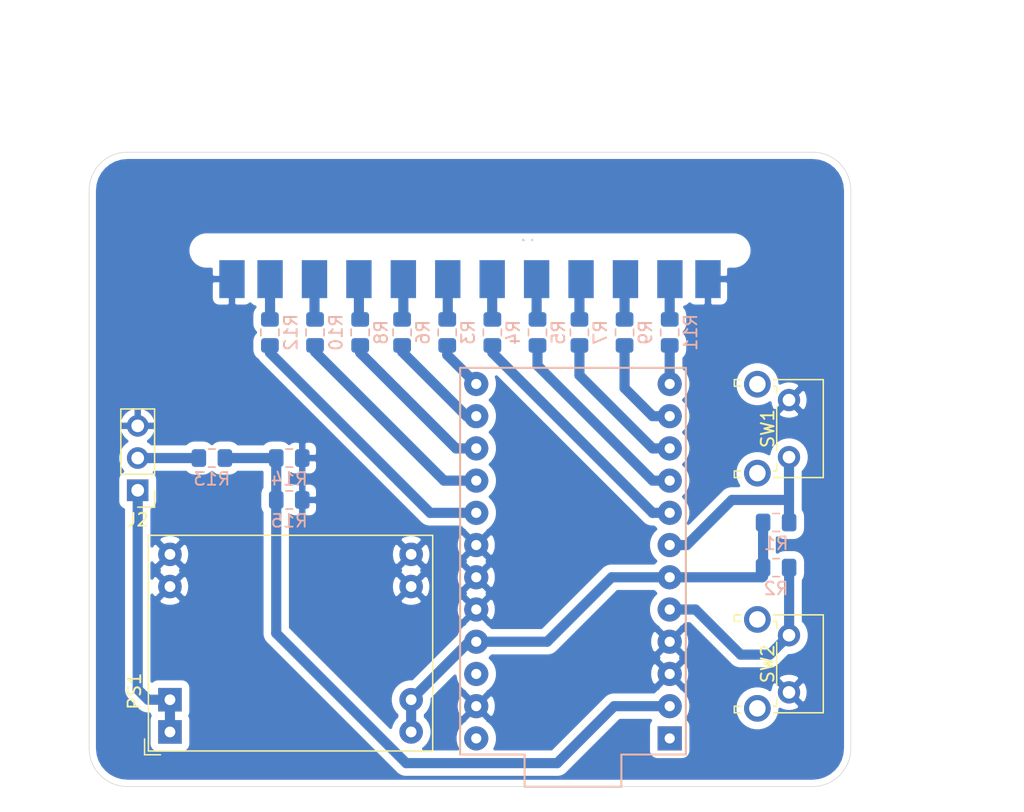
<source format=kicad_pcb>
(kicad_pcb (version 20171130) (host pcbnew "(5.1.5-0-10_14)")

  (general
    (thickness 1.6)
    (drawings 13)
    (tracks 83)
    (zones 0)
    (modules 22)
    (nets 31)
  )

  (page A4)
  (layers
    (0 F.Cu signal)
    (31 B.Cu signal)
    (32 B.Adhes user)
    (33 F.Adhes user)
    (34 B.Paste user)
    (35 F.Paste user)
    (36 B.SilkS user)
    (37 F.SilkS user)
    (38 B.Mask user)
    (39 F.Mask user)
    (40 Dwgs.User user)
    (41 Cmts.User user)
    (42 Eco1.User user)
    (43 Eco2.User user)
    (44 Edge.Cuts user)
    (45 Margin user)
    (46 B.CrtYd user)
    (47 F.CrtYd user)
    (48 B.Fab user)
    (49 F.Fab user)
  )

  (setup
    (last_trace_width 0.8)
    (trace_clearance 0.6)
    (zone_clearance 0.508)
    (zone_45_only no)
    (trace_min 0.2)
    (via_size 0.8)
    (via_drill 0.4)
    (via_min_size 0.4)
    (via_min_drill 0.3)
    (uvia_size 0.3)
    (uvia_drill 0.1)
    (uvias_allowed no)
    (uvia_min_size 0.2)
    (uvia_min_drill 0.1)
    (edge_width 0.05)
    (segment_width 0.2)
    (pcb_text_width 0.3)
    (pcb_text_size 1.5 1.5)
    (mod_edge_width 0.12)
    (mod_text_size 1 1)
    (mod_text_width 0.15)
    (pad_size 1.524 1.524)
    (pad_drill 0.762)
    (pad_to_mask_clearance 0.051)
    (solder_mask_min_width 0.25)
    (aux_axis_origin 0 0)
    (visible_elements FFFFFF7F)
    (pcbplotparams
      (layerselection 0x01054_fffffffe)
      (usegerberextensions false)
      (usegerberattributes false)
      (usegerberadvancedattributes false)
      (creategerberjobfile false)
      (excludeedgelayer true)
      (linewidth 0.100000)
      (plotframeref false)
      (viasonmask false)
      (mode 1)
      (useauxorigin false)
      (hpglpennumber 1)
      (hpglpenspeed 20)
      (hpglpendiameter 15.000000)
      (psnegative false)
      (psa4output false)
      (plotreference true)
      (plotvalue true)
      (plotinvisibletext false)
      (padsonsilk false)
      (subtractmaskfromsilk false)
      (outputformat 1)
      (mirror false)
      (drillshape 0)
      (scaleselection 1)
      (outputdirectory "../gerber/mcu_board"))
  )

  (net 0 "")
  (net 1 LED1)
  (net 2 LED2)
  (net 3 LED3)
  (net 4 LED4)
  (net 5 LED5)
  (net 6 LED6)
  (net 7 LED7)
  (net 8 LED8)
  (net 9 LED9)
  (net 10 LED10)
  (net 11 GND)
  (net 12 +5V)
  (net 13 +12V)
  (net 14 EMPTY)
  (net 15 FULL)
  (net 16 "Net-(U1-Pad1)")
  (net 17 "Net-(U1-Pad22)")
  (net 18 "Net-(U1-Pad24)")
  (net 19 "Net-(R3-Pad1)")
  (net 20 "Net-(R4-Pad1)")
  (net 21 "Net-(R5-Pad1)")
  (net 22 "Net-(R6-Pad1)")
  (net 23 "Net-(R7-Pad1)")
  (net 24 "Net-(R8-Pad1)")
  (net 25 "Net-(R9-Pad1)")
  (net 26 "Net-(R10-Pad1)")
  (net 27 "Net-(R11-Pad1)")
  (net 28 "Net-(R12-Pad1)")
  (net 29 SENSOR)
  (net 30 "Net-(J2-Pad2)")

  (net_class Default "This is the default net class."
    (clearance 0.6)
    (trace_width 0.8)
    (via_dia 0.8)
    (via_drill 0.4)
    (uvia_dia 0.3)
    (uvia_drill 0.1)
    (add_net +12V)
    (add_net +5V)
    (add_net EMPTY)
    (add_net FULL)
    (add_net GND)
    (add_net LED1)
    (add_net LED10)
    (add_net LED2)
    (add_net LED3)
    (add_net LED4)
    (add_net LED5)
    (add_net LED6)
    (add_net LED7)
    (add_net LED8)
    (add_net LED9)
    (add_net "Net-(J2-Pad2)")
    (add_net "Net-(R10-Pad1)")
    (add_net "Net-(R11-Pad1)")
    (add_net "Net-(R12-Pad1)")
    (add_net "Net-(R3-Pad1)")
    (add_net "Net-(R4-Pad1)")
    (add_net "Net-(R5-Pad1)")
    (add_net "Net-(R6-Pad1)")
    (add_net "Net-(R7-Pad1)")
    (add_net "Net-(R8-Pad1)")
    (add_net "Net-(R9-Pad1)")
    (add_net "Net-(U1-Pad1)")
    (add_net "Net-(U1-Pad22)")
    (add_net "Net-(U1-Pad24)")
    (add_net SENSOR)
  )

  (module lib:LEDBoardHole (layer F.Cu) (tedit 5F1715A1) (tstamp 5F176B2B)
    (at 142 101.75)
    (attr virtual)
    (fp_text reference REF** (at 0 -3.2) (layer F.SilkS) hide
      (effects (font (size 1 1) (thickness 0.15)))
    )
    (fp_text value LEDBoardHole (at 0 3.2) (layer F.Fab) hide
      (effects (font (size 1 1) (thickness 0.15)))
    )
    (fp_text user %R (at 0.3 0) (layer F.Fab)
      (effects (font (size 1 1) (thickness 0.15)))
    )
    (pad "" np_thru_hole oval (at 0 0) (size 43 1.5) (drill oval 43 1.5) (layers *.Cu *.Mask))
  )

  (module led_lib:PCBEdge_x11 (layer B.Cu) (tedit 5F16ADD3) (tstamp 5F177A29)
    (at 157.75 104 180)
    (descr PCBEdge_Pin_HEader_x11)
    (tags PCBEdge)
    (path /5F1A5AD5)
    (attr virtual)
    (fp_text reference J1 (at 11.176 2.54) (layer B.SilkS)
      (effects (font (size 1 1) (thickness 0.15)) (justify mirror))
    )
    (fp_text value Conn_01x11_Male (at 11.684 -2.794) (layer B.Fab)
      (effects (font (size 1 1) (thickness 0.15)) (justify mirror))
    )
    (fp_line (start -4.064 1.524) (end 35.56 1.524) (layer B.CrtYd) (width 0.05))
    (fp_line (start -4.064 1.524) (end -4.064 -1.524) (layer B.CrtYd) (width 0.05))
    (fp_line (start 35.56 -1.524) (end 35.56 1.524) (layer B.CrtYd) (width 0.05))
    (fp_line (start 35.56 -1.524) (end -4.064 -1.524) (layer B.CrtYd) (width 0.05))
    (pad 1 connect rect (at 0 0 180) (size 2 3) (layers B.Cu B.Mask)
      (net 1 LED1))
    (pad 2 connect rect (at 3.5 0 180) (size 2 3) (layers B.Cu B.Mask)
      (net 2 LED2))
    (pad 3 connect rect (at 7 0 180) (size 2 3) (layers B.Cu B.Mask)
      (net 3 LED3))
    (pad 4 connect rect (at 10.5 0 180) (size 2 3) (layers B.Cu B.Mask)
      (net 4 LED4))
    (pad 5 connect rect (at 14 0 180) (size 2 3) (layers B.Cu B.Mask)
      (net 5 LED5))
    (pad 6 connect rect (at 17.5 0) (size 2 3) (layers B.Cu B.Mask)
      (net 6 LED6))
    (pad 7 connect rect (at 21 0 180) (size 2 3) (layers B.Cu B.Mask)
      (net 7 LED7))
    (pad 8 connect rect (at 24.5 0 180) (size 2 3) (layers B.Cu B.Mask)
      (net 8 LED8))
    (pad 9 connect rect (at 28 0 180) (size 2 3) (layers B.Cu B.Mask)
      (net 9 LED9))
    (pad 10 connect rect (at 31.5 0 180) (size 2 3) (layers B.Cu B.Mask)
      (net 10 LED10))
    (pad 11 connect rect (at 34.5 0 180) (size 2 3) (layers B.Cu B.Mask)
      (net 11 GND))
    (pad 11 connect rect (at -3 0 180) (size 2 3) (layers B.Cu B.Mask)
      (net 11 GND))
    (model /Users/max_romanov/projects/fuel_gauge/led_board/led_board.wrl
      (offset (xyz 0 2 1.5))
      (scale (xyz 1 1 1))
      (rotate (xyz 90 0 0))
    )
  )

  (module lib:Converter_DCDC_D_SUN_THT (layer F.Cu) (tedit 5F16C062) (tstamp 5F177A46)
    (at 118.364 139.7 90)
    (path /5F19CF59)
    (fp_text reference PS1 (at 3.21 -2.795 90) (layer F.SilkS)
      (effects (font (size 1 1) (thickness 0.15)))
    )
    (fp_text value D-SUN (at 6.858 22.098 90) (layer F.Fab)
      (effects (font (size 1 1) (thickness 0.15)))
    )
    (fp_text user %R (at 3.21 1.945 90) (layer F.Fab)
      (effects (font (size 1 1) (thickness 0.15)))
    )
    (fp_line (start 15.89 -2.095) (end -1.89 -2.095) (layer F.CrtYd) (width 0.05))
    (fp_line (start 15.89 21.095) (end 15.89 -2.095) (layer F.CrtYd) (width 0.05))
    (fp_line (start -1.89 21.095) (end 15.89 21.095) (layer F.CrtYd) (width 0.05))
    (fp_line (start -1.89 -2.095) (end -1.89 21.095) (layer F.CrtYd) (width 0.05))
    (fp_line (start 15.39 -1.59) (end -1.39 -1.59) (layer F.Fab) (width 0.1))
    (fp_line (start 15.39 20.59) (end 15.39 -1.59) (layer F.Fab) (width 0.1))
    (fp_line (start -1.39 20.59) (end 15.39 20.59) (layer F.Fab) (width 0.1))
    (fp_line (start -1.39 -1.59) (end -1.39 20.59) (layer F.Fab) (width 0.1))
    (fp_line (start -1.8 -2) (end -1.8 -0.75) (layer F.Fab) (width 0.1))
    (fp_line (start -0.55 -2) (end -1.8 -2) (layer F.Fab) (width 0.1))
    (fp_line (start -1.8 -2) (end -1.8 -0.75) (layer F.SilkS) (width 0.12))
    (fp_line (start -0.55 -2) (end -1.8 -2) (layer F.SilkS) (width 0.12))
    (fp_line (start 15.5 -1.7) (end -1.5 -1.7) (layer F.SilkS) (width 0.12))
    (fp_line (start -1.5 20.7) (end 15.5 20.7) (layer F.SilkS) (width 0.12))
    (fp_line (start -1.5 -1.7) (end -1.5 20.7) (layer F.SilkS) (width 0.12))
    (fp_line (start 15.5 -1.7) (end 15.5 20.7) (layer F.SilkS) (width 0.12))
    (pad 3 thru_hole circle (at 0 19 90) (size 1.85 1.85) (drill 0.85) (layers *.Cu *.Mask)
      (net 12 +5V))
    (pad 2 thru_hole circle (at 14 0 90) (size 1.85 1.85) (drill 0.85) (layers *.Cu *.Mask)
      (net 11 GND))
    (pad 1 thru_hole rect (at 0 0 90) (size 1.85 1.85) (drill 0.85) (layers *.Cu *.Mask)
      (net 13 +12V))
    (pad 1 thru_hole rect (at 2.54 0 90) (size 1.85 1.85) (drill 0.85) (layers *.Cu *.Mask)
      (net 13 +12V))
    (pad 2 thru_hole circle (at 11.46 0 90) (size 1.85 1.85) (drill 0.85) (layers *.Cu *.Mask)
      (net 11 GND))
    (pad 3 thru_hole circle (at 2.54 19 90) (size 1.85 1.85) (drill 0.85) (layers *.Cu *.Mask)
      (net 12 +5V))
    (pad 4 thru_hole circle (at 11.46 19 90) (size 1.85 1.85) (drill 0.85) (layers *.Cu *.Mask)
      (net 11 GND))
    (pad 4 thru_hole circle (at 14 19 90) (size 1.85 1.85) (drill 0.85) (layers *.Cu *.Mask)
      (net 11 GND))
  )

  (module Button_Switch_THT:SW_Tactile_SPST_Angled_PTS645Vx58-2LFS (layer F.Cu) (tedit 5A02FE31) (tstamp 5F177A8A)
    (at 167.132 113.538 270)
    (descr "tactile switch SPST right angle, PTS645VL58-2 LFS")
    (tags "tactile switch SPST angled PTS645VL58-2 LFS C&K Button")
    (path /5F19E49E)
    (fp_text reference SW1 (at 2.25 1.68 90) (layer F.SilkS)
      (effects (font (size 1 1) (thickness 0.15)))
    )
    (fp_text value SW_Push (at 2.25 5.38988 90) (layer F.Fab)
      (effects (font (size 1 1) (thickness 0.15)))
    )
    (fp_line (start 0.5 -5.85) (end 0.5 -2.59) (layer F.Fab) (width 0.1))
    (fp_line (start 4 -5.85) (end 4 -2.59) (layer F.Fab) (width 0.1))
    (fp_line (start 0.5 -5.85) (end 4 -5.85) (layer F.Fab) (width 0.1))
    (fp_text user %R (at 2.25 1.68 90) (layer F.Fab)
      (effects (font (size 1 1) (thickness 0.15)))
    )
    (fp_line (start -1.09 0.97) (end -1.09 1.2) (layer F.SilkS) (width 0.12))
    (fp_line (start 5.7 4.2) (end 5.7 0.86) (layer F.Fab) (width 0.1))
    (fp_line (start -1.5 4.2) (end -1.2 4.2) (layer F.Fab) (width 0.1))
    (fp_line (start -1.2 0.86) (end 5.7 0.86) (layer F.Fab) (width 0.1))
    (fp_line (start 6 4.2) (end 6 -2.59) (layer F.Fab) (width 0.1))
    (fp_line (start -2.5 -2.8) (end 7.05 -2.8) (layer F.CrtYd) (width 0.05))
    (fp_line (start 7.05 -2.8) (end 7.05 4.45) (layer F.CrtYd) (width 0.05))
    (fp_line (start 7.05 4.45) (end -2.5 4.45) (layer F.CrtYd) (width 0.05))
    (fp_line (start -2.5 4.45) (end -2.5 -2.8) (layer F.CrtYd) (width 0.05))
    (fp_line (start -1.61 -2.7) (end 6.11 -2.7) (layer F.SilkS) (width 0.12))
    (fp_line (start 6.11 -2.7) (end 6.11 1.2) (layer F.SilkS) (width 0.12))
    (fp_line (start -1.61 4.31) (end -1.09 4.31) (layer F.SilkS) (width 0.12))
    (fp_line (start -1.61 -2.7) (end -1.61 1.2) (layer F.SilkS) (width 0.12))
    (fp_line (start -1.5 -2.59) (end 6 -2.59) (layer F.Fab) (width 0.1))
    (fp_line (start -1.5 4.2) (end -1.5 -2.59) (layer F.Fab) (width 0.1))
    (fp_line (start 5.7 4.2) (end 6 4.2) (layer F.Fab) (width 0.1))
    (fp_line (start -1.2 4.2) (end -1.2 0.86) (layer F.Fab) (width 0.1))
    (fp_line (start 5.59 0.97) (end 5.59 1.2) (layer F.SilkS) (width 0.12))
    (fp_line (start -1.09 3.8) (end -1.09 4.31) (layer F.SilkS) (width 0.12))
    (fp_line (start -1.61 3.8) (end -1.61 4.31) (layer F.SilkS) (width 0.12))
    (fp_line (start 5.05 0.97) (end 5.59 0.97) (layer F.SilkS) (width 0.12))
    (fp_line (start 5.59 3.8) (end 5.59 4.31) (layer F.SilkS) (width 0.12))
    (fp_line (start 5.59 4.31) (end 6.11 4.31) (layer F.SilkS) (width 0.12))
    (fp_line (start 6.11 3.8) (end 6.11 4.31) (layer F.SilkS) (width 0.12))
    (fp_line (start -1.09 0.97) (end -0.55 0.97) (layer F.SilkS) (width 0.12))
    (fp_line (start 0.55 0.97) (end 3.95 0.97) (layer F.SilkS) (width 0.12))
    (pad "" thru_hole circle (at 5.76 2.49 270) (size 2.1 2.1) (drill 1.3) (layers *.Cu *.Mask))
    (pad 2 thru_hole circle (at 4.5 0 270) (size 1.75 1.75) (drill 0.99) (layers *.Cu *.Mask)
      (net 14 EMPTY))
    (pad 1 thru_hole circle (at 0 0 270) (size 1.75 1.75) (drill 0.99) (layers *.Cu *.Mask)
      (net 11 GND))
    (pad "" thru_hole circle (at -1.25 2.49 270) (size 2.1 2.1) (drill 1.3) (layers *.Cu *.Mask))
    (model ${KISYS3DMOD}/Button_Switch_THT.3dshapes/SW_Tactile_SPST_Angled_PTS645Vx58-2LFS.wrl
      (at (xyz 0 0 0))
      (scale (xyz 1 1 1))
      (rotate (xyz 0 0 0))
    )
  )

  (module Button_Switch_THT:SW_Tactile_SPST_Angled_PTS645Vx58-2LFS (layer F.Cu) (tedit 5A02FE31) (tstamp 5F177AB0)
    (at 167.132 132.08 270)
    (descr "tactile switch SPST right angle, PTS645VL58-2 LFS")
    (tags "tactile switch SPST angled PTS645VL58-2 LFS C&K Button")
    (path /5F1A41D7)
    (fp_text reference SW2 (at 2.25 1.68 90) (layer F.SilkS)
      (effects (font (size 1 1) (thickness 0.15)))
    )
    (fp_text value SW_Push (at 2.25 5.38988 90) (layer F.Fab)
      (effects (font (size 1 1) (thickness 0.15)))
    )
    (fp_line (start 0.55 0.97) (end 3.95 0.97) (layer F.SilkS) (width 0.12))
    (fp_line (start -1.09 0.97) (end -0.55 0.97) (layer F.SilkS) (width 0.12))
    (fp_line (start 6.11 3.8) (end 6.11 4.31) (layer F.SilkS) (width 0.12))
    (fp_line (start 5.59 4.31) (end 6.11 4.31) (layer F.SilkS) (width 0.12))
    (fp_line (start 5.59 3.8) (end 5.59 4.31) (layer F.SilkS) (width 0.12))
    (fp_line (start 5.05 0.97) (end 5.59 0.97) (layer F.SilkS) (width 0.12))
    (fp_line (start -1.61 3.8) (end -1.61 4.31) (layer F.SilkS) (width 0.12))
    (fp_line (start -1.09 3.8) (end -1.09 4.31) (layer F.SilkS) (width 0.12))
    (fp_line (start 5.59 0.97) (end 5.59 1.2) (layer F.SilkS) (width 0.12))
    (fp_line (start -1.2 4.2) (end -1.2 0.86) (layer F.Fab) (width 0.1))
    (fp_line (start 5.7 4.2) (end 6 4.2) (layer F.Fab) (width 0.1))
    (fp_line (start -1.5 4.2) (end -1.5 -2.59) (layer F.Fab) (width 0.1))
    (fp_line (start -1.5 -2.59) (end 6 -2.59) (layer F.Fab) (width 0.1))
    (fp_line (start -1.61 -2.7) (end -1.61 1.2) (layer F.SilkS) (width 0.12))
    (fp_line (start -1.61 4.31) (end -1.09 4.31) (layer F.SilkS) (width 0.12))
    (fp_line (start 6.11 -2.7) (end 6.11 1.2) (layer F.SilkS) (width 0.12))
    (fp_line (start -1.61 -2.7) (end 6.11 -2.7) (layer F.SilkS) (width 0.12))
    (fp_line (start -2.5 4.45) (end -2.5 -2.8) (layer F.CrtYd) (width 0.05))
    (fp_line (start 7.05 4.45) (end -2.5 4.45) (layer F.CrtYd) (width 0.05))
    (fp_line (start 7.05 -2.8) (end 7.05 4.45) (layer F.CrtYd) (width 0.05))
    (fp_line (start -2.5 -2.8) (end 7.05 -2.8) (layer F.CrtYd) (width 0.05))
    (fp_line (start 6 4.2) (end 6 -2.59) (layer F.Fab) (width 0.1))
    (fp_line (start -1.2 0.86) (end 5.7 0.86) (layer F.Fab) (width 0.1))
    (fp_line (start -1.5 4.2) (end -1.2 4.2) (layer F.Fab) (width 0.1))
    (fp_line (start 5.7 4.2) (end 5.7 0.86) (layer F.Fab) (width 0.1))
    (fp_line (start -1.09 0.97) (end -1.09 1.2) (layer F.SilkS) (width 0.12))
    (fp_text user %R (at 2.25 1.68 90) (layer F.Fab)
      (effects (font (size 1 1) (thickness 0.15)))
    )
    (fp_line (start 0.5 -5.85) (end 4 -5.85) (layer F.Fab) (width 0.1))
    (fp_line (start 4 -5.85) (end 4 -2.59) (layer F.Fab) (width 0.1))
    (fp_line (start 0.5 -5.85) (end 0.5 -2.59) (layer F.Fab) (width 0.1))
    (pad "" thru_hole circle (at -1.25 2.49 270) (size 2.1 2.1) (drill 1.3) (layers *.Cu *.Mask))
    (pad 1 thru_hole circle (at 0 0 270) (size 1.75 1.75) (drill 0.99) (layers *.Cu *.Mask)
      (net 15 FULL))
    (pad 2 thru_hole circle (at 4.5 0 270) (size 1.75 1.75) (drill 0.99) (layers *.Cu *.Mask)
      (net 11 GND))
    (pad "" thru_hole circle (at 5.76 2.49 270) (size 2.1 2.1) (drill 1.3) (layers *.Cu *.Mask))
    (model ${KISYS3DMOD}/Button_Switch_THT.3dshapes/SW_Tactile_SPST_Angled_PTS645Vx58-2LFS.wrl
      (at (xyz 0 0 0))
      (scale (xyz 1 1 1))
      (rotate (xyz 0 0 0))
    )
  )

  (module Resistor_SMD:R_0805_2012Metric_Pad1.15x1.40mm_HandSolder (layer B.Cu) (tedit 5B36C52B) (tstamp 5F179885)
    (at 140.208 108.204 90)
    (descr "Resistor SMD 0805 (2012 Metric), square (rectangular) end terminal, IPC_7351 nominal with elongated pad for handsoldering. (Body size source: https://docs.google.com/spreadsheets/d/1BsfQQcO9C6DZCsRaXUlFlo91Tg2WpOkGARC1WS5S8t0/edit?usp=sharing), generated with kicad-footprint-generator")
    (tags "resistor handsolder")
    (path /5F1AEBF6)
    (attr smd)
    (fp_text reference R3 (at 0 1.65 90) (layer B.SilkS)
      (effects (font (size 1 1) (thickness 0.15)) (justify mirror))
    )
    (fp_text value 330 (at 0 -1.65 90) (layer B.Fab)
      (effects (font (size 1 1) (thickness 0.15)) (justify mirror))
    )
    (fp_text user %R (at 0 0 90) (layer B.Fab)
      (effects (font (size 0.5 0.5) (thickness 0.08)) (justify mirror))
    )
    (fp_line (start 1.85 -0.95) (end -1.85 -0.95) (layer B.CrtYd) (width 0.05))
    (fp_line (start 1.85 0.95) (end 1.85 -0.95) (layer B.CrtYd) (width 0.05))
    (fp_line (start -1.85 0.95) (end 1.85 0.95) (layer B.CrtYd) (width 0.05))
    (fp_line (start -1.85 -0.95) (end -1.85 0.95) (layer B.CrtYd) (width 0.05))
    (fp_line (start -0.261252 -0.71) (end 0.261252 -0.71) (layer B.SilkS) (width 0.12))
    (fp_line (start -0.261252 0.71) (end 0.261252 0.71) (layer B.SilkS) (width 0.12))
    (fp_line (start 1 -0.6) (end -1 -0.6) (layer B.Fab) (width 0.1))
    (fp_line (start 1 0.6) (end 1 -0.6) (layer B.Fab) (width 0.1))
    (fp_line (start -1 0.6) (end 1 0.6) (layer B.Fab) (width 0.1))
    (fp_line (start -1 -0.6) (end -1 0.6) (layer B.Fab) (width 0.1))
    (pad 2 smd roundrect (at 1.025 0 90) (size 1.15 1.4) (layers B.Cu B.Paste B.Mask) (roundrect_rratio 0.217391)
      (net 6 LED6))
    (pad 1 smd roundrect (at -1.025 0 90) (size 1.15 1.4) (layers B.Cu B.Paste B.Mask) (roundrect_rratio 0.217391)
      (net 19 "Net-(R3-Pad1)"))
    (model ${KISYS3DMOD}/Resistor_SMD.3dshapes/R_0805_2012Metric.wrl
      (at (xyz 0 0 0))
      (scale (xyz 1 1 1))
      (rotate (xyz 0 0 0))
    )
  )

  (module Resistor_SMD:R_0805_2012Metric_Pad1.15x1.40mm_HandSolder (layer B.Cu) (tedit 5B36C52B) (tstamp 5F179896)
    (at 143.764 108.204 90)
    (descr "Resistor SMD 0805 (2012 Metric), square (rectangular) end terminal, IPC_7351 nominal with elongated pad for handsoldering. (Body size source: https://docs.google.com/spreadsheets/d/1BsfQQcO9C6DZCsRaXUlFlo91Tg2WpOkGARC1WS5S8t0/edit?usp=sharing), generated with kicad-footprint-generator")
    (tags "resistor handsolder")
    (path /5F1AEBEB)
    (attr smd)
    (fp_text reference R4 (at 0 1.65 90) (layer B.SilkS)
      (effects (font (size 1 1) (thickness 0.15)) (justify mirror))
    )
    (fp_text value 330 (at 0 -1.65 90) (layer B.Fab)
      (effects (font (size 1 1) (thickness 0.15)) (justify mirror))
    )
    (fp_line (start -1 -0.6) (end -1 0.6) (layer B.Fab) (width 0.1))
    (fp_line (start -1 0.6) (end 1 0.6) (layer B.Fab) (width 0.1))
    (fp_line (start 1 0.6) (end 1 -0.6) (layer B.Fab) (width 0.1))
    (fp_line (start 1 -0.6) (end -1 -0.6) (layer B.Fab) (width 0.1))
    (fp_line (start -0.261252 0.71) (end 0.261252 0.71) (layer B.SilkS) (width 0.12))
    (fp_line (start -0.261252 -0.71) (end 0.261252 -0.71) (layer B.SilkS) (width 0.12))
    (fp_line (start -1.85 -0.95) (end -1.85 0.95) (layer B.CrtYd) (width 0.05))
    (fp_line (start -1.85 0.95) (end 1.85 0.95) (layer B.CrtYd) (width 0.05))
    (fp_line (start 1.85 0.95) (end 1.85 -0.95) (layer B.CrtYd) (width 0.05))
    (fp_line (start 1.85 -0.95) (end -1.85 -0.95) (layer B.CrtYd) (width 0.05))
    (fp_text user %R (at 0 0 90) (layer B.Fab)
      (effects (font (size 0.5 0.5) (thickness 0.08)) (justify mirror))
    )
    (pad 1 smd roundrect (at -1.025 0 90) (size 1.15 1.4) (layers B.Cu B.Paste B.Mask) (roundrect_rratio 0.217391)
      (net 20 "Net-(R4-Pad1)"))
    (pad 2 smd roundrect (at 1.025 0 90) (size 1.15 1.4) (layers B.Cu B.Paste B.Mask) (roundrect_rratio 0.217391)
      (net 5 LED5))
    (model ${KISYS3DMOD}/Resistor_SMD.3dshapes/R_0805_2012Metric.wrl
      (at (xyz 0 0 0))
      (scale (xyz 1 1 1))
      (rotate (xyz 0 0 0))
    )
  )

  (module Resistor_SMD:R_0805_2012Metric_Pad1.15x1.40mm_HandSolder (layer B.Cu) (tedit 5B36C52B) (tstamp 5F1798A7)
    (at 147.32 108.204 90)
    (descr "Resistor SMD 0805 (2012 Metric), square (rectangular) end terminal, IPC_7351 nominal with elongated pad for handsoldering. (Body size source: https://docs.google.com/spreadsheets/d/1BsfQQcO9C6DZCsRaXUlFlo91Tg2WpOkGARC1WS5S8t0/edit?usp=sharing), generated with kicad-footprint-generator")
    (tags "resistor handsolder")
    (path /5F1AE5A2)
    (attr smd)
    (fp_text reference R5 (at 0 1.65 90) (layer B.SilkS)
      (effects (font (size 1 1) (thickness 0.15)) (justify mirror))
    )
    (fp_text value 330 (at 0 -1.65 90) (layer B.Fab)
      (effects (font (size 1 1) (thickness 0.15)) (justify mirror))
    )
    (fp_text user %R (at 0 0 90) (layer B.Fab)
      (effects (font (size 0.5 0.5) (thickness 0.08)) (justify mirror))
    )
    (fp_line (start 1.85 -0.95) (end -1.85 -0.95) (layer B.CrtYd) (width 0.05))
    (fp_line (start 1.85 0.95) (end 1.85 -0.95) (layer B.CrtYd) (width 0.05))
    (fp_line (start -1.85 0.95) (end 1.85 0.95) (layer B.CrtYd) (width 0.05))
    (fp_line (start -1.85 -0.95) (end -1.85 0.95) (layer B.CrtYd) (width 0.05))
    (fp_line (start -0.261252 -0.71) (end 0.261252 -0.71) (layer B.SilkS) (width 0.12))
    (fp_line (start -0.261252 0.71) (end 0.261252 0.71) (layer B.SilkS) (width 0.12))
    (fp_line (start 1 -0.6) (end -1 -0.6) (layer B.Fab) (width 0.1))
    (fp_line (start 1 0.6) (end 1 -0.6) (layer B.Fab) (width 0.1))
    (fp_line (start -1 0.6) (end 1 0.6) (layer B.Fab) (width 0.1))
    (fp_line (start -1 -0.6) (end -1 0.6) (layer B.Fab) (width 0.1))
    (pad 2 smd roundrect (at 1.025 0 90) (size 1.15 1.4) (layers B.Cu B.Paste B.Mask) (roundrect_rratio 0.217391)
      (net 4 LED4))
    (pad 1 smd roundrect (at -1.025 0 90) (size 1.15 1.4) (layers B.Cu B.Paste B.Mask) (roundrect_rratio 0.217391)
      (net 21 "Net-(R5-Pad1)"))
    (model ${KISYS3DMOD}/Resistor_SMD.3dshapes/R_0805_2012Metric.wrl
      (at (xyz 0 0 0))
      (scale (xyz 1 1 1))
      (rotate (xyz 0 0 0))
    )
  )

  (module Resistor_SMD:R_0805_2012Metric_Pad1.15x1.40mm_HandSolder (layer B.Cu) (tedit 5B36C52B) (tstamp 5F179BAC)
    (at 136.652 108.204 90)
    (descr "Resistor SMD 0805 (2012 Metric), square (rectangular) end terminal, IPC_7351 nominal with elongated pad for handsoldering. (Body size source: https://docs.google.com/spreadsheets/d/1BsfQQcO9C6DZCsRaXUlFlo91Tg2WpOkGARC1WS5S8t0/edit?usp=sharing), generated with kicad-footprint-generator")
    (tags "resistor handsolder")
    (path /5F1B47D7)
    (attr smd)
    (fp_text reference R6 (at 0 1.65 90) (layer B.SilkS)
      (effects (font (size 1 1) (thickness 0.15)) (justify mirror))
    )
    (fp_text value 330 (at 0 -1.65 90) (layer B.Fab)
      (effects (font (size 1 1) (thickness 0.15)) (justify mirror))
    )
    (fp_line (start -1 -0.6) (end -1 0.6) (layer B.Fab) (width 0.1))
    (fp_line (start -1 0.6) (end 1 0.6) (layer B.Fab) (width 0.1))
    (fp_line (start 1 0.6) (end 1 -0.6) (layer B.Fab) (width 0.1))
    (fp_line (start 1 -0.6) (end -1 -0.6) (layer B.Fab) (width 0.1))
    (fp_line (start -0.261252 0.71) (end 0.261252 0.71) (layer B.SilkS) (width 0.12))
    (fp_line (start -0.261252 -0.71) (end 0.261252 -0.71) (layer B.SilkS) (width 0.12))
    (fp_line (start -1.85 -0.95) (end -1.85 0.95) (layer B.CrtYd) (width 0.05))
    (fp_line (start -1.85 0.95) (end 1.85 0.95) (layer B.CrtYd) (width 0.05))
    (fp_line (start 1.85 0.95) (end 1.85 -0.95) (layer B.CrtYd) (width 0.05))
    (fp_line (start 1.85 -0.95) (end -1.85 -0.95) (layer B.CrtYd) (width 0.05))
    (fp_text user %R (at 0 0 90) (layer B.Fab)
      (effects (font (size 0.5 0.5) (thickness 0.08)) (justify mirror))
    )
    (pad 1 smd roundrect (at -1.025 0 90) (size 1.15 1.4) (layers B.Cu B.Paste B.Mask) (roundrect_rratio 0.217391)
      (net 22 "Net-(R6-Pad1)"))
    (pad 2 smd roundrect (at 1.025 0 90) (size 1.15 1.4) (layers B.Cu B.Paste B.Mask) (roundrect_rratio 0.217391)
      (net 7 LED7))
    (model ${KISYS3DMOD}/Resistor_SMD.3dshapes/R_0805_2012Metric.wrl
      (at (xyz 0 0 0))
      (scale (xyz 1 1 1))
      (rotate (xyz 0 0 0))
    )
  )

  (module Resistor_SMD:R_0805_2012Metric_Pad1.15x1.40mm_HandSolder (layer B.Cu) (tedit 5B36C52B) (tstamp 5F1798C9)
    (at 150.622 108.204 90)
    (descr "Resistor SMD 0805 (2012 Metric), square (rectangular) end terminal, IPC_7351 nominal with elongated pad for handsoldering. (Body size source: https://docs.google.com/spreadsheets/d/1BsfQQcO9C6DZCsRaXUlFlo91Tg2WpOkGARC1WS5S8t0/edit?usp=sharing), generated with kicad-footprint-generator")
    (tags "resistor handsolder")
    (path /5F1AE597)
    (attr smd)
    (fp_text reference R7 (at 0 1.65 90) (layer B.SilkS)
      (effects (font (size 1 1) (thickness 0.15)) (justify mirror))
    )
    (fp_text value 330 (at 0 -1.65 90) (layer B.Fab)
      (effects (font (size 1 1) (thickness 0.15)) (justify mirror))
    )
    (fp_line (start -1 -0.6) (end -1 0.6) (layer B.Fab) (width 0.1))
    (fp_line (start -1 0.6) (end 1 0.6) (layer B.Fab) (width 0.1))
    (fp_line (start 1 0.6) (end 1 -0.6) (layer B.Fab) (width 0.1))
    (fp_line (start 1 -0.6) (end -1 -0.6) (layer B.Fab) (width 0.1))
    (fp_line (start -0.261252 0.71) (end 0.261252 0.71) (layer B.SilkS) (width 0.12))
    (fp_line (start -0.261252 -0.71) (end 0.261252 -0.71) (layer B.SilkS) (width 0.12))
    (fp_line (start -1.85 -0.95) (end -1.85 0.95) (layer B.CrtYd) (width 0.05))
    (fp_line (start -1.85 0.95) (end 1.85 0.95) (layer B.CrtYd) (width 0.05))
    (fp_line (start 1.85 0.95) (end 1.85 -0.95) (layer B.CrtYd) (width 0.05))
    (fp_line (start 1.85 -0.95) (end -1.85 -0.95) (layer B.CrtYd) (width 0.05))
    (fp_text user %R (at 0 0 90) (layer B.Fab)
      (effects (font (size 0.5 0.5) (thickness 0.08)) (justify mirror))
    )
    (pad 1 smd roundrect (at -1.025 0 90) (size 1.15 1.4) (layers B.Cu B.Paste B.Mask) (roundrect_rratio 0.217391)
      (net 23 "Net-(R7-Pad1)"))
    (pad 2 smd roundrect (at 1.025 0 90) (size 1.15 1.4) (layers B.Cu B.Paste B.Mask) (roundrect_rratio 0.217391)
      (net 3 LED3))
    (model ${KISYS3DMOD}/Resistor_SMD.3dshapes/R_0805_2012Metric.wrl
      (at (xyz 0 0 0))
      (scale (xyz 1 1 1))
      (rotate (xyz 0 0 0))
    )
  )

  (module Resistor_SMD:R_0805_2012Metric_Pad1.15x1.40mm_HandSolder (layer B.Cu) (tedit 5B36C52B) (tstamp 5F1798DA)
    (at 133.35 108.204 90)
    (descr "Resistor SMD 0805 (2012 Metric), square (rectangular) end terminal, IPC_7351 nominal with elongated pad for handsoldering. (Body size source: https://docs.google.com/spreadsheets/d/1BsfQQcO9C6DZCsRaXUlFlo91Tg2WpOkGARC1WS5S8t0/edit?usp=sharing), generated with kicad-footprint-generator")
    (tags "resistor handsolder")
    (path /5F1B47E2)
    (attr smd)
    (fp_text reference R8 (at 0 1.65 90) (layer B.SilkS)
      (effects (font (size 1 1) (thickness 0.15)) (justify mirror))
    )
    (fp_text value 330 (at 0 -1.65 90) (layer B.Fab)
      (effects (font (size 1 1) (thickness 0.15)) (justify mirror))
    )
    (fp_text user %R (at 0 0 90) (layer B.Fab)
      (effects (font (size 0.5 0.5) (thickness 0.08)) (justify mirror))
    )
    (fp_line (start 1.85 -0.95) (end -1.85 -0.95) (layer B.CrtYd) (width 0.05))
    (fp_line (start 1.85 0.95) (end 1.85 -0.95) (layer B.CrtYd) (width 0.05))
    (fp_line (start -1.85 0.95) (end 1.85 0.95) (layer B.CrtYd) (width 0.05))
    (fp_line (start -1.85 -0.95) (end -1.85 0.95) (layer B.CrtYd) (width 0.05))
    (fp_line (start -0.261252 -0.71) (end 0.261252 -0.71) (layer B.SilkS) (width 0.12))
    (fp_line (start -0.261252 0.71) (end 0.261252 0.71) (layer B.SilkS) (width 0.12))
    (fp_line (start 1 -0.6) (end -1 -0.6) (layer B.Fab) (width 0.1))
    (fp_line (start 1 0.6) (end 1 -0.6) (layer B.Fab) (width 0.1))
    (fp_line (start -1 0.6) (end 1 0.6) (layer B.Fab) (width 0.1))
    (fp_line (start -1 -0.6) (end -1 0.6) (layer B.Fab) (width 0.1))
    (pad 2 smd roundrect (at 1.025 0 90) (size 1.15 1.4) (layers B.Cu B.Paste B.Mask) (roundrect_rratio 0.217391)
      (net 8 LED8))
    (pad 1 smd roundrect (at -1.025 0 90) (size 1.15 1.4) (layers B.Cu B.Paste B.Mask) (roundrect_rratio 0.217391)
      (net 24 "Net-(R8-Pad1)"))
    (model ${KISYS3DMOD}/Resistor_SMD.3dshapes/R_0805_2012Metric.wrl
      (at (xyz 0 0 0))
      (scale (xyz 1 1 1))
      (rotate (xyz 0 0 0))
    )
  )

  (module Resistor_SMD:R_0805_2012Metric_Pad1.15x1.40mm_HandSolder (layer B.Cu) (tedit 5B36C52B) (tstamp 5F1798EB)
    (at 154.178 108.204 90)
    (descr "Resistor SMD 0805 (2012 Metric), square (rectangular) end terminal, IPC_7351 nominal with elongated pad for handsoldering. (Body size source: https://docs.google.com/spreadsheets/d/1BsfQQcO9C6DZCsRaXUlFlo91Tg2WpOkGARC1WS5S8t0/edit?usp=sharing), generated with kicad-footprint-generator")
    (tags "resistor handsolder")
    (path /5F1AE00E)
    (attr smd)
    (fp_text reference R9 (at 0 1.65 90) (layer B.SilkS)
      (effects (font (size 1 1) (thickness 0.15)) (justify mirror))
    )
    (fp_text value 330 (at 0 -1.65 90) (layer B.Fab)
      (effects (font (size 1 1) (thickness 0.15)) (justify mirror))
    )
    (fp_text user %R (at 0 0 90) (layer B.Fab)
      (effects (font (size 0.5 0.5) (thickness 0.08)) (justify mirror))
    )
    (fp_line (start 1.85 -0.95) (end -1.85 -0.95) (layer B.CrtYd) (width 0.05))
    (fp_line (start 1.85 0.95) (end 1.85 -0.95) (layer B.CrtYd) (width 0.05))
    (fp_line (start -1.85 0.95) (end 1.85 0.95) (layer B.CrtYd) (width 0.05))
    (fp_line (start -1.85 -0.95) (end -1.85 0.95) (layer B.CrtYd) (width 0.05))
    (fp_line (start -0.261252 -0.71) (end 0.261252 -0.71) (layer B.SilkS) (width 0.12))
    (fp_line (start -0.261252 0.71) (end 0.261252 0.71) (layer B.SilkS) (width 0.12))
    (fp_line (start 1 -0.6) (end -1 -0.6) (layer B.Fab) (width 0.1))
    (fp_line (start 1 0.6) (end 1 -0.6) (layer B.Fab) (width 0.1))
    (fp_line (start -1 0.6) (end 1 0.6) (layer B.Fab) (width 0.1))
    (fp_line (start -1 -0.6) (end -1 0.6) (layer B.Fab) (width 0.1))
    (pad 2 smd roundrect (at 1.025 0 90) (size 1.15 1.4) (layers B.Cu B.Paste B.Mask) (roundrect_rratio 0.217391)
      (net 2 LED2))
    (pad 1 smd roundrect (at -1.025 0 90) (size 1.15 1.4) (layers B.Cu B.Paste B.Mask) (roundrect_rratio 0.217391)
      (net 25 "Net-(R9-Pad1)"))
    (model ${KISYS3DMOD}/Resistor_SMD.3dshapes/R_0805_2012Metric.wrl
      (at (xyz 0 0 0))
      (scale (xyz 1 1 1))
      (rotate (xyz 0 0 0))
    )
  )

  (module Resistor_SMD:R_0805_2012Metric_Pad1.15x1.40mm_HandSolder (layer B.Cu) (tedit 5B36C52B) (tstamp 5F1798FC)
    (at 129.794 108.204 90)
    (descr "Resistor SMD 0805 (2012 Metric), square (rectangular) end terminal, IPC_7351 nominal with elongated pad for handsoldering. (Body size source: https://docs.google.com/spreadsheets/d/1BsfQQcO9C6DZCsRaXUlFlo91Tg2WpOkGARC1WS5S8t0/edit?usp=sharing), generated with kicad-footprint-generator")
    (tags "resistor handsolder")
    (path /5F1B47ED)
    (attr smd)
    (fp_text reference R10 (at 0 1.65 90) (layer B.SilkS)
      (effects (font (size 1 1) (thickness 0.15)) (justify mirror))
    )
    (fp_text value 330 (at 0 -1.65 90) (layer B.Fab)
      (effects (font (size 1 1) (thickness 0.15)) (justify mirror))
    )
    (fp_line (start -1 -0.6) (end -1 0.6) (layer B.Fab) (width 0.1))
    (fp_line (start -1 0.6) (end 1 0.6) (layer B.Fab) (width 0.1))
    (fp_line (start 1 0.6) (end 1 -0.6) (layer B.Fab) (width 0.1))
    (fp_line (start 1 -0.6) (end -1 -0.6) (layer B.Fab) (width 0.1))
    (fp_line (start -0.261252 0.71) (end 0.261252 0.71) (layer B.SilkS) (width 0.12))
    (fp_line (start -0.261252 -0.71) (end 0.261252 -0.71) (layer B.SilkS) (width 0.12))
    (fp_line (start -1.85 -0.95) (end -1.85 0.95) (layer B.CrtYd) (width 0.05))
    (fp_line (start -1.85 0.95) (end 1.85 0.95) (layer B.CrtYd) (width 0.05))
    (fp_line (start 1.85 0.95) (end 1.85 -0.95) (layer B.CrtYd) (width 0.05))
    (fp_line (start 1.85 -0.95) (end -1.85 -0.95) (layer B.CrtYd) (width 0.05))
    (fp_text user %R (at 0 0 90) (layer B.Fab)
      (effects (font (size 0.5 0.5) (thickness 0.08)) (justify mirror))
    )
    (pad 1 smd roundrect (at -1.025 0 90) (size 1.15 1.4) (layers B.Cu B.Paste B.Mask) (roundrect_rratio 0.217391)
      (net 26 "Net-(R10-Pad1)"))
    (pad 2 smd roundrect (at 1.025 0 90) (size 1.15 1.4) (layers B.Cu B.Paste B.Mask) (roundrect_rratio 0.217391)
      (net 9 LED9))
    (model ${KISYS3DMOD}/Resistor_SMD.3dshapes/R_0805_2012Metric.wrl
      (at (xyz 0 0 0))
      (scale (xyz 1 1 1))
      (rotate (xyz 0 0 0))
    )
  )

  (module Resistor_SMD:R_0805_2012Metric_Pad1.15x1.40mm_HandSolder (layer B.Cu) (tedit 5B36C52B) (tstamp 5F17990D)
    (at 157.734 108.204 90)
    (descr "Resistor SMD 0805 (2012 Metric), square (rectangular) end terminal, IPC_7351 nominal with elongated pad for handsoldering. (Body size source: https://docs.google.com/spreadsheets/d/1BsfQQcO9C6DZCsRaXUlFlo91Tg2WpOkGARC1WS5S8t0/edit?usp=sharing), generated with kicad-footprint-generator")
    (tags "resistor handsolder")
    (path /5F1ACCF3)
    (attr smd)
    (fp_text reference R11 (at 0 1.65 90) (layer B.SilkS)
      (effects (font (size 1 1) (thickness 0.15)) (justify mirror))
    )
    (fp_text value 330 (at 0 -1.65 90) (layer B.Fab)
      (effects (font (size 1 1) (thickness 0.15)) (justify mirror))
    )
    (fp_line (start -1 -0.6) (end -1 0.6) (layer B.Fab) (width 0.1))
    (fp_line (start -1 0.6) (end 1 0.6) (layer B.Fab) (width 0.1))
    (fp_line (start 1 0.6) (end 1 -0.6) (layer B.Fab) (width 0.1))
    (fp_line (start 1 -0.6) (end -1 -0.6) (layer B.Fab) (width 0.1))
    (fp_line (start -0.261252 0.71) (end 0.261252 0.71) (layer B.SilkS) (width 0.12))
    (fp_line (start -0.261252 -0.71) (end 0.261252 -0.71) (layer B.SilkS) (width 0.12))
    (fp_line (start -1.85 -0.95) (end -1.85 0.95) (layer B.CrtYd) (width 0.05))
    (fp_line (start -1.85 0.95) (end 1.85 0.95) (layer B.CrtYd) (width 0.05))
    (fp_line (start 1.85 0.95) (end 1.85 -0.95) (layer B.CrtYd) (width 0.05))
    (fp_line (start 1.85 -0.95) (end -1.85 -0.95) (layer B.CrtYd) (width 0.05))
    (fp_text user %R (at 0 0 90) (layer B.Fab)
      (effects (font (size 0.5 0.5) (thickness 0.08)) (justify mirror))
    )
    (pad 1 smd roundrect (at -1.025 0 90) (size 1.15 1.4) (layers B.Cu B.Paste B.Mask) (roundrect_rratio 0.217391)
      (net 27 "Net-(R11-Pad1)"))
    (pad 2 smd roundrect (at 1.025 0 90) (size 1.15 1.4) (layers B.Cu B.Paste B.Mask) (roundrect_rratio 0.217391)
      (net 1 LED1))
    (model ${KISYS3DMOD}/Resistor_SMD.3dshapes/R_0805_2012Metric.wrl
      (at (xyz 0 0 0))
      (scale (xyz 1 1 1))
      (rotate (xyz 0 0 0))
    )
  )

  (module Resistor_SMD:R_0805_2012Metric_Pad1.15x1.40mm_HandSolder (layer B.Cu) (tedit 5B36C52B) (tstamp 5F17991E)
    (at 126.238 108.204 90)
    (descr "Resistor SMD 0805 (2012 Metric), square (rectangular) end terminal, IPC_7351 nominal with elongated pad for handsoldering. (Body size source: https://docs.google.com/spreadsheets/d/1BsfQQcO9C6DZCsRaXUlFlo91Tg2WpOkGARC1WS5S8t0/edit?usp=sharing), generated with kicad-footprint-generator")
    (tags "resistor handsolder")
    (path /5F1B47F8)
    (attr smd)
    (fp_text reference R12 (at 0 1.65 90) (layer B.SilkS)
      (effects (font (size 1 1) (thickness 0.15)) (justify mirror))
    )
    (fp_text value 330 (at 0 -1.65 90) (layer B.Fab)
      (effects (font (size 1 1) (thickness 0.15)) (justify mirror))
    )
    (fp_text user %R (at 0 0 90) (layer B.Fab)
      (effects (font (size 0.5 0.5) (thickness 0.08)) (justify mirror))
    )
    (fp_line (start 1.85 -0.95) (end -1.85 -0.95) (layer B.CrtYd) (width 0.05))
    (fp_line (start 1.85 0.95) (end 1.85 -0.95) (layer B.CrtYd) (width 0.05))
    (fp_line (start -1.85 0.95) (end 1.85 0.95) (layer B.CrtYd) (width 0.05))
    (fp_line (start -1.85 -0.95) (end -1.85 0.95) (layer B.CrtYd) (width 0.05))
    (fp_line (start -0.261252 -0.71) (end 0.261252 -0.71) (layer B.SilkS) (width 0.12))
    (fp_line (start -0.261252 0.71) (end 0.261252 0.71) (layer B.SilkS) (width 0.12))
    (fp_line (start 1 -0.6) (end -1 -0.6) (layer B.Fab) (width 0.1))
    (fp_line (start 1 0.6) (end 1 -0.6) (layer B.Fab) (width 0.1))
    (fp_line (start -1 0.6) (end 1 0.6) (layer B.Fab) (width 0.1))
    (fp_line (start -1 -0.6) (end -1 0.6) (layer B.Fab) (width 0.1))
    (pad 2 smd roundrect (at 1.025 0 90) (size 1.15 1.4) (layers B.Cu B.Paste B.Mask) (roundrect_rratio 0.217391)
      (net 10 LED10))
    (pad 1 smd roundrect (at -1.025 0 90) (size 1.15 1.4) (layers B.Cu B.Paste B.Mask) (roundrect_rratio 0.217391)
      (net 28 "Net-(R12-Pad1)"))
    (model ${KISYS3DMOD}/Resistor_SMD.3dshapes/R_0805_2012Metric.wrl
      (at (xyz 0 0 0))
      (scale (xyz 1 1 1))
      (rotate (xyz 0 0 0))
    )
  )

  (module Resistor_SMD:R_0805_2012Metric_Pad1.15x1.40mm_HandSolder (layer B.Cu) (tedit 5B36C52B) (tstamp 5F1787A1)
    (at 166.116 123.19)
    (descr "Resistor SMD 0805 (2012 Metric), square (rectangular) end terminal, IPC_7351 nominal with elongated pad for handsoldering. (Body size source: https://docs.google.com/spreadsheets/d/1BsfQQcO9C6DZCsRaXUlFlo91Tg2WpOkGARC1WS5S8t0/edit?usp=sharing), generated with kicad-footprint-generator")
    (tags "resistor handsolder")
    (path /5F19F1AD)
    (attr smd)
    (fp_text reference R1 (at 0 1.65) (layer B.SilkS)
      (effects (font (size 1 1) (thickness 0.15)) (justify mirror))
    )
    (fp_text value 39k (at 0 -1.65) (layer B.Fab)
      (effects (font (size 1 1) (thickness 0.15)) (justify mirror))
    )
    (fp_line (start -1 -0.6) (end -1 0.6) (layer B.Fab) (width 0.1))
    (fp_line (start -1 0.6) (end 1 0.6) (layer B.Fab) (width 0.1))
    (fp_line (start 1 0.6) (end 1 -0.6) (layer B.Fab) (width 0.1))
    (fp_line (start 1 -0.6) (end -1 -0.6) (layer B.Fab) (width 0.1))
    (fp_line (start -0.261252 0.71) (end 0.261252 0.71) (layer B.SilkS) (width 0.12))
    (fp_line (start -0.261252 -0.71) (end 0.261252 -0.71) (layer B.SilkS) (width 0.12))
    (fp_line (start -1.85 -0.95) (end -1.85 0.95) (layer B.CrtYd) (width 0.05))
    (fp_line (start -1.85 0.95) (end 1.85 0.95) (layer B.CrtYd) (width 0.05))
    (fp_line (start 1.85 0.95) (end 1.85 -0.95) (layer B.CrtYd) (width 0.05))
    (fp_line (start 1.85 -0.95) (end -1.85 -0.95) (layer B.CrtYd) (width 0.05))
    (fp_text user %R (at 0 0) (layer B.Fab)
      (effects (font (size 0.5 0.5) (thickness 0.08)) (justify mirror))
    )
    (pad 1 smd roundrect (at -1.025 0) (size 1.15 1.4) (layers B.Cu B.Paste B.Mask) (roundrect_rratio 0.217391)
      (net 12 +5V))
    (pad 2 smd roundrect (at 1.025 0) (size 1.15 1.4) (layers B.Cu B.Paste B.Mask) (roundrect_rratio 0.217391)
      (net 14 EMPTY))
    (model ${KISYS3DMOD}/Resistor_SMD.3dshapes/R_0805_2012Metric.wrl
      (at (xyz 0 0 0))
      (scale (xyz 1 1 1))
      (rotate (xyz 0 0 0))
    )
  )

  (module Resistor_SMD:R_0805_2012Metric_Pad1.15x1.40mm_HandSolder (layer B.Cu) (tedit 5B36C52B) (tstamp 5F17876B)
    (at 166.116 126.746)
    (descr "Resistor SMD 0805 (2012 Metric), square (rectangular) end terminal, IPC_7351 nominal with elongated pad for handsoldering. (Body size source: https://docs.google.com/spreadsheets/d/1BsfQQcO9C6DZCsRaXUlFlo91Tg2WpOkGARC1WS5S8t0/edit?usp=sharing), generated with kicad-footprint-generator")
    (tags "resistor handsolder")
    (path /5F1A41EC)
    (attr smd)
    (fp_text reference R2 (at 0 1.65) (layer B.SilkS)
      (effects (font (size 1 1) (thickness 0.15)) (justify mirror))
    )
    (fp_text value 39k (at 0 -1.65) (layer B.Fab)
      (effects (font (size 1 1) (thickness 0.15)) (justify mirror))
    )
    (fp_text user %R (at 0 0) (layer B.Fab)
      (effects (font (size 0.5 0.5) (thickness 0.08)) (justify mirror))
    )
    (fp_line (start 1.85 -0.95) (end -1.85 -0.95) (layer B.CrtYd) (width 0.05))
    (fp_line (start 1.85 0.95) (end 1.85 -0.95) (layer B.CrtYd) (width 0.05))
    (fp_line (start -1.85 0.95) (end 1.85 0.95) (layer B.CrtYd) (width 0.05))
    (fp_line (start -1.85 -0.95) (end -1.85 0.95) (layer B.CrtYd) (width 0.05))
    (fp_line (start -0.261252 -0.71) (end 0.261252 -0.71) (layer B.SilkS) (width 0.12))
    (fp_line (start -0.261252 0.71) (end 0.261252 0.71) (layer B.SilkS) (width 0.12))
    (fp_line (start 1 -0.6) (end -1 -0.6) (layer B.Fab) (width 0.1))
    (fp_line (start 1 0.6) (end 1 -0.6) (layer B.Fab) (width 0.1))
    (fp_line (start -1 0.6) (end 1 0.6) (layer B.Fab) (width 0.1))
    (fp_line (start -1 -0.6) (end -1 0.6) (layer B.Fab) (width 0.1))
    (pad 2 smd roundrect (at 1.025 0) (size 1.15 1.4) (layers B.Cu B.Paste B.Mask) (roundrect_rratio 0.217391)
      (net 15 FULL))
    (pad 1 smd roundrect (at -1.025 0) (size 1.15 1.4) (layers B.Cu B.Paste B.Mask) (roundrect_rratio 0.217391)
      (net 12 +5V))
    (model ${KISYS3DMOD}/Resistor_SMD.3dshapes/R_0805_2012Metric.wrl
      (at (xyz 0 0 0))
      (scale (xyz 1 1 1))
      (rotate (xyz 0 0 0))
    )
  )

  (module lib:ProMicro (layer F.Cu) (tedit 5F17600F) (tstamp 5F17763D)
    (at 150.114 126.238 90)
    (descr "Pro Micro footprint")
    (tags "promicro ProMicro")
    (path /5F19D56B)
    (fp_text reference U1 (at 0 -10.16 90) (layer F.SilkS) hide
      (effects (font (size 1 1) (thickness 0.15)))
    )
    (fp_text value ProMicro (at 0 10.16 90) (layer F.Fab)
      (effects (font (size 1 1) (thickness 0.15)))
    )
    (fp_line (start 15.24 -8.89) (end 15.24 8.89) (layer F.SilkS) (width 0.15))
    (fp_line (start -15.24 -8.89) (end 15.24 -8.89) (layer F.SilkS) (width 0.15))
    (fp_line (start -15.24 -3.81) (end -15.24 -8.89) (layer F.SilkS) (width 0.15))
    (fp_line (start -17.78 -3.81) (end -15.24 -3.81) (layer F.SilkS) (width 0.15))
    (fp_line (start -17.78 3.81) (end -17.78 -3.81) (layer F.SilkS) (width 0.15))
    (fp_line (start -15.24 3.81) (end -17.78 3.81) (layer F.SilkS) (width 0.15))
    (fp_line (start -15.24 8.89) (end -15.24 3.81) (layer F.SilkS) (width 0.15))
    (fp_line (start -15.24 8.89) (end 15.24 8.89) (layer F.SilkS) (width 0.15))
    (fp_line (start -15.24 -8.89) (end 15.24 -8.89) (layer B.SilkS) (width 0.15))
    (fp_line (start -15.24 -3.81) (end -15.24 -8.89) (layer B.SilkS) (width 0.15))
    (fp_line (start -17.78 -3.81) (end -15.24 -3.81) (layer B.SilkS) (width 0.15))
    (fp_line (start -17.78 3.81) (end -17.78 -3.81) (layer B.SilkS) (width 0.15))
    (fp_line (start -15.24 3.81) (end -17.78 3.81) (layer B.SilkS) (width 0.15))
    (fp_line (start -15.24 8.89) (end -15.24 3.81) (layer B.SilkS) (width 0.15))
    (fp_line (start 15.24 8.89) (end -15.24 8.89) (layer B.SilkS) (width 0.15))
    (fp_line (start 15.24 -8.89) (end 15.24 8.89) (layer B.SilkS) (width 0.15))
    (pad 24 thru_hole circle (at -13.97 -7.62 90) (size 1.9 1.9) (drill 0.8) (layers *.Cu *.Mask)
      (net 18 "Net-(U1-Pad24)"))
    (pad 23 thru_hole circle (at -11.43 -7.62 90) (size 1.9 1.9) (drill 0.8) (layers *.Cu *.Mask)
      (net 11 GND))
    (pad 22 thru_hole circle (at -8.89 -7.62 90) (size 1.9 1.9) (drill 0.8) (layers *.Cu *.Mask)
      (net 17 "Net-(U1-Pad22)"))
    (pad 21 thru_hole circle (at -6.35 -7.62 90) (size 1.9 1.9) (drill 0.8) (layers *.Cu *.Mask)
      (net 12 +5V))
    (pad 20 thru_hole circle (at -3.81 -7.62 90) (size 1.9 1.9) (drill 0.8) (layers *.Cu *.Mask)
      (net 11 GND))
    (pad 19 thru_hole circle (at -1.27 -7.62 90) (size 1.9 1.9) (drill 0.8) (layers *.Cu *.Mask)
      (net 11 GND))
    (pad 18 thru_hole circle (at 1.27 -7.62 90) (size 1.9 1.9) (drill 0.8) (layers *.Cu *.Mask)
      (net 11 GND))
    (pad 17 thru_hole circle (at 3.81 -7.62 90) (size 1.9 1.9) (drill 0.8) (layers *.Cu *.Mask)
      (net 28 "Net-(R12-Pad1)"))
    (pad 16 thru_hole circle (at 6.35 -7.62 90) (size 1.9 1.9) (drill 0.8) (layers *.Cu *.Mask)
      (net 26 "Net-(R10-Pad1)"))
    (pad 15 thru_hole circle (at 8.89 -7.62 90) (size 1.9 1.9) (drill 0.8) (layers *.Cu *.Mask)
      (net 24 "Net-(R8-Pad1)"))
    (pad 14 thru_hole circle (at 11.43 -7.62 90) (size 1.9 1.9) (drill 0.8) (layers *.Cu *.Mask)
      (net 22 "Net-(R6-Pad1)"))
    (pad 13 thru_hole circle (at 13.97 -7.62 90) (size 1.9 1.9) (drill 0.8) (layers *.Cu *.Mask)
      (net 19 "Net-(R3-Pad1)"))
    (pad 12 thru_hole circle (at 13.97 7.62 90) (size 1.9 1.9) (drill 0.8) (layers *.Cu *.Mask)
      (net 27 "Net-(R11-Pad1)"))
    (pad 11 thru_hole circle (at 11.43 7.62 90) (size 1.9 1.9) (drill 0.8) (layers *.Cu *.Mask)
      (net 25 "Net-(R9-Pad1)"))
    (pad 10 thru_hole circle (at 8.89 7.62 90) (size 1.9 1.9) (drill 0.8) (layers *.Cu *.Mask)
      (net 23 "Net-(R7-Pad1)"))
    (pad 9 thru_hole circle (at 6.35 7.62 90) (size 1.9 1.9) (drill 0.8) (layers *.Cu *.Mask)
      (net 21 "Net-(R5-Pad1)"))
    (pad 8 thru_hole circle (at 3.81 7.62 90) (size 1.9 1.9) (drill 0.8) (layers *.Cu *.Mask)
      (net 20 "Net-(R4-Pad1)"))
    (pad 7 thru_hole circle (at 1.27 7.62 90) (size 1.9 1.9) (drill 0.8) (layers *.Cu *.Mask)
      (net 14 EMPTY))
    (pad 6 thru_hole circle (at -1.27 7.62 90) (size 1.9 1.9) (drill 0.8) (layers *.Cu *.Mask)
      (net 12 +5V))
    (pad 5 thru_hole circle (at -3.81 7.62 90) (size 1.9 1.9) (drill 0.8) (layers *.Cu *.Mask)
      (net 15 FULL))
    (pad 4 thru_hole circle (at -6.35 7.62 90) (size 1.9 1.9) (drill 0.8) (layers *.Cu *.Mask)
      (net 11 GND))
    (pad 3 thru_hole circle (at -8.89 7.62 90) (size 1.9 1.9) (drill 0.8) (layers *.Cu *.Mask)
      (net 11 GND))
    (pad 2 thru_hole circle (at -11.43 7.62 90) (size 1.9 1.9) (drill 0.8) (layers *.Cu *.Mask)
      (net 29 SENSOR))
    (pad 1 thru_hole rect (at -13.97 7.62 90) (size 1.9 1.9) (drill 0.8) (layers *.Cu *.Mask)
      (net 16 "Net-(U1-Pad1)"))
    (model ${KISYS3DMOD}/Connector_PinSocket_2.54mm.3dshapes/PinSocket_1x12_P2.54mm_Vertical.wrl
      (offset (xyz 14 7.62 0))
      (scale (xyz 1 1 1))
      (rotate (xyz 0 0 90))
    )
    (model ${KISYS3DMOD}/Connector_PinSocket_2.54mm.3dshapes/PinSocket_1x12_P2.54mm_Vertical.wrl
      (offset (xyz 14 -7.62 0))
      (scale (xyz 1 1 1))
      (rotate (xyz 0 0 90))
    )
  )

  (module Connector_PinHeader_2.54mm:PinHeader_1x03_P2.54mm_Vertical (layer F.Cu) (tedit 59FED5CC) (tstamp 5F177D34)
    (at 115.824 120.65 180)
    (descr "Through hole straight pin header, 1x03, 2.54mm pitch, single row")
    (tags "Through hole pin header THT 1x03 2.54mm single row")
    (path /5F177973)
    (fp_text reference J2 (at 0 -2.33) (layer F.SilkS)
      (effects (font (size 1 1) (thickness 0.15)))
    )
    (fp_text value Conn_01x03_Male (at 0 7.41) (layer F.Fab) hide
      (effects (font (size 1 1) (thickness 0.15)))
    )
    (fp_line (start -0.635 -1.27) (end 1.27 -1.27) (layer F.Fab) (width 0.1))
    (fp_line (start 1.27 -1.27) (end 1.27 6.35) (layer F.Fab) (width 0.1))
    (fp_line (start 1.27 6.35) (end -1.27 6.35) (layer F.Fab) (width 0.1))
    (fp_line (start -1.27 6.35) (end -1.27 -0.635) (layer F.Fab) (width 0.1))
    (fp_line (start -1.27 -0.635) (end -0.635 -1.27) (layer F.Fab) (width 0.1))
    (fp_line (start -1.33 6.41) (end 1.33 6.41) (layer F.SilkS) (width 0.12))
    (fp_line (start -1.33 1.27) (end -1.33 6.41) (layer F.SilkS) (width 0.12))
    (fp_line (start 1.33 1.27) (end 1.33 6.41) (layer F.SilkS) (width 0.12))
    (fp_line (start -1.33 1.27) (end 1.33 1.27) (layer F.SilkS) (width 0.12))
    (fp_line (start -1.33 0) (end -1.33 -1.33) (layer F.SilkS) (width 0.12))
    (fp_line (start -1.33 -1.33) (end 0 -1.33) (layer F.SilkS) (width 0.12))
    (fp_line (start -1.8 -1.8) (end -1.8 6.85) (layer F.CrtYd) (width 0.05))
    (fp_line (start -1.8 6.85) (end 1.8 6.85) (layer F.CrtYd) (width 0.05))
    (fp_line (start 1.8 6.85) (end 1.8 -1.8) (layer F.CrtYd) (width 0.05))
    (fp_line (start 1.8 -1.8) (end -1.8 -1.8) (layer F.CrtYd) (width 0.05))
    (fp_text user %R (at 0 2.54 90) (layer F.Fab)
      (effects (font (size 1 1) (thickness 0.15)))
    )
    (pad 1 thru_hole rect (at 0 0 180) (size 1.7 1.7) (drill 1) (layers *.Cu *.Mask)
      (net 13 +12V))
    (pad 2 thru_hole oval (at 0 2.54 180) (size 1.7 1.7) (drill 1) (layers *.Cu *.Mask)
      (net 30 "Net-(J2-Pad2)"))
    (pad 3 thru_hole oval (at 0 5.08 180) (size 1.7 1.7) (drill 1) (layers *.Cu *.Mask)
      (net 11 GND))
    (model ${KISYS3DMOD}/Connector_PinHeader_2.54mm.3dshapes/PinHeader_1x03_P2.54mm_Vertical.wrl
      (at (xyz 0 0 0))
      (scale (xyz 1 1 1))
      (rotate (xyz 0 0 0))
    )
  )

  (module Resistor_SMD:R_0805_2012Metric_Pad1.15x1.40mm_HandSolder (layer B.Cu) (tedit 5B36C52B) (tstamp 5F178080)
    (at 121.666 118.11)
    (descr "Resistor SMD 0805 (2012 Metric), square (rectangular) end terminal, IPC_7351 nominal with elongated pad for handsoldering. (Body size source: https://docs.google.com/spreadsheets/d/1BsfQQcO9C6DZCsRaXUlFlo91Tg2WpOkGARC1WS5S8t0/edit?usp=sharing), generated with kicad-footprint-generator")
    (tags "resistor handsolder")
    (path /5F191FF0)
    (attr smd)
    (fp_text reference R13 (at 0 1.65) (layer B.SilkS)
      (effects (font (size 1 1) (thickness 0.15)) (justify mirror))
    )
    (fp_text value 100k (at 0 -1.65) (layer B.Fab)
      (effects (font (size 1 1) (thickness 0.15)) (justify mirror))
    )
    (fp_line (start -1 -0.6) (end -1 0.6) (layer B.Fab) (width 0.1))
    (fp_line (start -1 0.6) (end 1 0.6) (layer B.Fab) (width 0.1))
    (fp_line (start 1 0.6) (end 1 -0.6) (layer B.Fab) (width 0.1))
    (fp_line (start 1 -0.6) (end -1 -0.6) (layer B.Fab) (width 0.1))
    (fp_line (start -0.261252 0.71) (end 0.261252 0.71) (layer B.SilkS) (width 0.12))
    (fp_line (start -0.261252 -0.71) (end 0.261252 -0.71) (layer B.SilkS) (width 0.12))
    (fp_line (start -1.85 -0.95) (end -1.85 0.95) (layer B.CrtYd) (width 0.05))
    (fp_line (start -1.85 0.95) (end 1.85 0.95) (layer B.CrtYd) (width 0.05))
    (fp_line (start 1.85 0.95) (end 1.85 -0.95) (layer B.CrtYd) (width 0.05))
    (fp_line (start 1.85 -0.95) (end -1.85 -0.95) (layer B.CrtYd) (width 0.05))
    (fp_text user %R (at 0 0) (layer B.Fab)
      (effects (font (size 0.5 0.5) (thickness 0.08)) (justify mirror))
    )
    (pad 1 smd roundrect (at -1.025 0) (size 1.15 1.4) (layers B.Cu B.Paste B.Mask) (roundrect_rratio 0.217391)
      (net 30 "Net-(J2-Pad2)"))
    (pad 2 smd roundrect (at 1.025 0) (size 1.15 1.4) (layers B.Cu B.Paste B.Mask) (roundrect_rratio 0.217391)
      (net 29 SENSOR))
    (model ${KISYS3DMOD}/Resistor_SMD.3dshapes/R_0805_2012Metric.wrl
      (at (xyz 0 0 0))
      (scale (xyz 1 1 1))
      (rotate (xyz 0 0 0))
    )
  )

  (module Resistor_SMD:R_0805_2012Metric_Pad1.15x1.40mm_HandSolder (layer B.Cu) (tedit 5B36C52B) (tstamp 5F177EE7)
    (at 127.762 118.11)
    (descr "Resistor SMD 0805 (2012 Metric), square (rectangular) end terminal, IPC_7351 nominal with elongated pad for handsoldering. (Body size source: https://docs.google.com/spreadsheets/d/1BsfQQcO9C6DZCsRaXUlFlo91Tg2WpOkGARC1WS5S8t0/edit?usp=sharing), generated with kicad-footprint-generator")
    (tags "resistor handsolder")
    (path /5F196E2C)
    (attr smd)
    (fp_text reference R14 (at 0 1.65) (layer B.SilkS)
      (effects (font (size 1 1) (thickness 0.15)) (justify mirror))
    )
    (fp_text value 100k (at 0 -1.65) (layer B.Fab)
      (effects (font (size 1 1) (thickness 0.15)) (justify mirror))
    )
    (fp_text user %R (at 0 0) (layer B.Fab)
      (effects (font (size 0.5 0.5) (thickness 0.08)) (justify mirror))
    )
    (fp_line (start 1.85 -0.95) (end -1.85 -0.95) (layer B.CrtYd) (width 0.05))
    (fp_line (start 1.85 0.95) (end 1.85 -0.95) (layer B.CrtYd) (width 0.05))
    (fp_line (start -1.85 0.95) (end 1.85 0.95) (layer B.CrtYd) (width 0.05))
    (fp_line (start -1.85 -0.95) (end -1.85 0.95) (layer B.CrtYd) (width 0.05))
    (fp_line (start -0.261252 -0.71) (end 0.261252 -0.71) (layer B.SilkS) (width 0.12))
    (fp_line (start -0.261252 0.71) (end 0.261252 0.71) (layer B.SilkS) (width 0.12))
    (fp_line (start 1 -0.6) (end -1 -0.6) (layer B.Fab) (width 0.1))
    (fp_line (start 1 0.6) (end 1 -0.6) (layer B.Fab) (width 0.1))
    (fp_line (start -1 0.6) (end 1 0.6) (layer B.Fab) (width 0.1))
    (fp_line (start -1 -0.6) (end -1 0.6) (layer B.Fab) (width 0.1))
    (pad 2 smd roundrect (at 1.025 0) (size 1.15 1.4) (layers B.Cu B.Paste B.Mask) (roundrect_rratio 0.217391)
      (net 11 GND))
    (pad 1 smd roundrect (at -1.025 0) (size 1.15 1.4) (layers B.Cu B.Paste B.Mask) (roundrect_rratio 0.217391)
      (net 29 SENSOR))
    (model ${KISYS3DMOD}/Resistor_SMD.3dshapes/R_0805_2012Metric.wrl
      (at (xyz 0 0 0))
      (scale (xyz 1 1 1))
      (rotate (xyz 0 0 0))
    )
  )

  (module Resistor_SMD:R_0805_2012Metric_Pad1.15x1.40mm_HandSolder (layer B.Cu) (tedit 5B36C52B) (tstamp 5F178B28)
    (at 127.762 121.412)
    (descr "Resistor SMD 0805 (2012 Metric), square (rectangular) end terminal, IPC_7351 nominal with elongated pad for handsoldering. (Body size source: https://docs.google.com/spreadsheets/d/1BsfQQcO9C6DZCsRaXUlFlo91Tg2WpOkGARC1WS5S8t0/edit?usp=sharing), generated with kicad-footprint-generator")
    (tags "resistor handsolder")
    (path /5F1B6B25)
    (attr smd)
    (fp_text reference R15 (at 0 1.65) (layer B.SilkS)
      (effects (font (size 1 1) (thickness 0.15)) (justify mirror))
    )
    (fp_text value 100k (at 0 -1.65) (layer B.Fab)
      (effects (font (size 1 1) (thickness 0.15)) (justify mirror))
    )
    (fp_line (start -1 -0.6) (end -1 0.6) (layer B.Fab) (width 0.1))
    (fp_line (start -1 0.6) (end 1 0.6) (layer B.Fab) (width 0.1))
    (fp_line (start 1 0.6) (end 1 -0.6) (layer B.Fab) (width 0.1))
    (fp_line (start 1 -0.6) (end -1 -0.6) (layer B.Fab) (width 0.1))
    (fp_line (start -0.261252 0.71) (end 0.261252 0.71) (layer B.SilkS) (width 0.12))
    (fp_line (start -0.261252 -0.71) (end 0.261252 -0.71) (layer B.SilkS) (width 0.12))
    (fp_line (start -1.85 -0.95) (end -1.85 0.95) (layer B.CrtYd) (width 0.05))
    (fp_line (start -1.85 0.95) (end 1.85 0.95) (layer B.CrtYd) (width 0.05))
    (fp_line (start 1.85 0.95) (end 1.85 -0.95) (layer B.CrtYd) (width 0.05))
    (fp_line (start 1.85 -0.95) (end -1.85 -0.95) (layer B.CrtYd) (width 0.05))
    (fp_text user %R (at 0 0) (layer B.Fab)
      (effects (font (size 0.5 0.5) (thickness 0.08)) (justify mirror))
    )
    (pad 1 smd roundrect (at -1.025 0) (size 1.15 1.4) (layers B.Cu B.Paste B.Mask) (roundrect_rratio 0.217391)
      (net 29 SENSOR))
    (pad 2 smd roundrect (at 1.025 0) (size 1.15 1.4) (layers B.Cu B.Paste B.Mask) (roundrect_rratio 0.217391)
      (net 11 GND))
    (model ${KISYS3DMOD}/Resistor_SMD.3dshapes/R_0805_2012Metric.wrl
      (at (xyz 0 0 0))
      (scale (xyz 1 1 1))
      (rotate (xyz 0 0 0))
    )
  )

  (dimension 60 (width 0.15) (layer Dwgs.User)
    (gr_text "60.000 mm" (at 142 82.7) (layer Dwgs.User)
      (effects (font (size 1 1) (thickness 0.15)))
    )
    (feature1 (pts (xy 172 97) (xy 172 83.413579)))
    (feature2 (pts (xy 112 97) (xy 112 83.413579)))
    (crossbar (pts (xy 112 84) (xy 172 84)))
    (arrow1a (pts (xy 172 84) (xy 170.873496 84.586421)))
    (arrow1b (pts (xy 172 84) (xy 170.873496 83.413579)))
    (arrow2a (pts (xy 112 84) (xy 113.126504 84.586421)))
    (arrow2b (pts (xy 112 84) (xy 113.126504 83.413579)))
  )
  (dimension 50 (width 0.15) (layer Dwgs.User) (tstamp 5F17878D)
    (gr_text "50.000 mm" (at 184.3 119 90) (layer Dwgs.User) (tstamp 5F17878E)
      (effects (font (size 1 1) (thickness 0.15)))
    )
    (feature1 (pts (xy 169 94) (xy 183.586421 94)))
    (feature2 (pts (xy 169 144) (xy 183.586421 144)))
    (crossbar (pts (xy 183 144) (xy 183 94)))
    (arrow1a (pts (xy 183 94) (xy 183.586421 95.126504)))
    (arrow1b (pts (xy 183 94) (xy 182.413579 95.126504)))
    (arrow2a (pts (xy 183 144) (xy 183.586421 142.873496)))
    (arrow2b (pts (xy 183 144) (xy 182.413579 142.873496)))
  )
  (gr_arc (start 169 97) (end 172 97) (angle -90) (layer Edge.Cuts) (width 0.05))
  (gr_arc (start 115 97) (end 115 94) (angle -90) (layer Edge.Cuts) (width 0.05))
  (gr_arc (start 169 141) (end 169 144) (angle -90) (layer Edge.Cuts) (width 0.05))
  (gr_arc (start 115 141) (end 112 141) (angle -90) (layer Edge.Cuts) (width 0.05))
  (gr_line (start 105 101) (end 179 101) (layer Dwgs.User) (width 0.05) (tstamp 5F176BB7))
  (gr_line (start 142 100) (end 142 103) (layer Dwgs.User) (width 0.15))
  (gr_line (start 142 92) (end 142 146) (layer Dwgs.User) (width 0.05))
  (gr_line (start 112 141) (end 112 97) (layer Edge.Cuts) (width 0.05) (tstamp 5F177C5E))
  (gr_line (start 169 144) (end 115 144) (layer Edge.Cuts) (width 0.05))
  (gr_line (start 172 97) (end 172 141) (layer Edge.Cuts) (width 0.05))
  (gr_line (start 115 94) (end 169 94) (layer Edge.Cuts) (width 0.05))

  (segment (start 157.734 104.016) (end 157.75 104) (width 0.8) (layer B.Cu) (net 1))
  (segment (start 157.734 107.179) (end 157.734 104.016) (width 0.8) (layer B.Cu) (net 1))
  (segment (start 154.178 104.072) (end 154.25 104) (width 0.8) (layer B.Cu) (net 2))
  (segment (start 154.178 107.179) (end 154.178 104.072) (width 0.8) (layer B.Cu) (net 2))
  (segment (start 150.622 104.128) (end 150.75 104) (width 0.8) (layer B.Cu) (net 3))
  (segment (start 150.622 107.179) (end 150.622 104.128) (width 0.8) (layer B.Cu) (net 3))
  (segment (start 147.25 107.109) (end 147.32 107.179) (width 0.8) (layer B.Cu) (net 4))
  (segment (start 147.25 104) (end 147.25 107.109) (width 0.8) (layer B.Cu) (net 4))
  (segment (start 143.75 107.165) (end 143.764 107.179) (width 0.8) (layer B.Cu) (net 5))
  (segment (start 143.75 104) (end 143.75 107.165) (width 0.8) (layer B.Cu) (net 5))
  (segment (start 140.25 107.137) (end 140.208 107.179) (width 0.8) (layer B.Cu) (net 6))
  (segment (start 140.25 104) (end 140.25 107.137) (width 0.8) (layer B.Cu) (net 6))
  (segment (start 136.75 107.081) (end 136.652 107.179) (width 0.8) (layer B.Cu) (net 7))
  (segment (start 136.75 104) (end 136.75 107.081) (width 0.8) (layer B.Cu) (net 7))
  (segment (start 133.25 107.079) (end 133.35 107.179) (width 0.8) (layer B.Cu) (net 8))
  (segment (start 133.25 104) (end 133.25 107.079) (width 0.8) (layer B.Cu) (net 8))
  (segment (start 129.75 107.135) (end 129.794 107.179) (width 0.8) (layer B.Cu) (net 9))
  (segment (start 129.75 104) (end 129.75 107.135) (width 0.8) (layer B.Cu) (net 9))
  (segment (start 126.25 107.167) (end 126.238 107.179) (width 0.8) (layer B.Cu) (net 10))
  (segment (start 126.25 104) (end 126.25 107.167) (width 0.8) (layer B.Cu) (net 10))
  (segment (start 153.162 127.508) (end 157.734 127.508) (width 0.8) (layer B.Cu) (net 12))
  (segment (start 148.082 132.588) (end 153.162 127.508) (width 0.8) (layer B.Cu) (net 12))
  (segment (start 142.494 132.588) (end 148.082 132.588) (width 0.8) (layer B.Cu) (net 12))
  (segment (start 137.364 139.7) (end 137.364 137.16) (width 0.8) (layer B.Cu) (net 12))
  (segment (start 141.936 132.588) (end 142.494 132.588) (width 0.8) (layer B.Cu) (net 12))
  (segment (start 137.364 137.16) (end 141.936 132.588) (width 0.8) (layer B.Cu) (net 12))
  (segment (start 165.091 123.19) (end 165.091 126.746) (width 0.8) (layer B.Cu) (net 12))
  (segment (start 165.091 127.446) (end 165.091 126.746) (width 0.8) (layer B.Cu) (net 12))
  (segment (start 165.029 127.508) (end 165.091 127.446) (width 0.8) (layer B.Cu) (net 12))
  (segment (start 157.734 127.508) (end 165.029 127.508) (width 0.8) (layer B.Cu) (net 12))
  (segment (start 118.364 139.7) (end 118.364 137.16) (width 0.8) (layer B.Cu) (net 13))
  (segment (start 116.639 137.16) (end 118.364 137.16) (width 0.8) (layer B.Cu) (net 13))
  (segment (start 115.824 136.345) (end 116.639 137.16) (width 0.8) (layer B.Cu) (net 13))
  (segment (start 115.824 120.65) (end 115.824 136.345) (width 0.8) (layer B.Cu) (net 13))
  (segment (start 167.132 123.181) (end 167.141 123.19) (width 0.8) (layer B.Cu) (net 14))
  (segment (start 157.734 124.968) (end 159.077502 124.968) (width 0.8) (layer B.Cu) (net 14))
  (segment (start 162.633502 121.412) (end 167.132 121.412) (width 0.8) (layer B.Cu) (net 14))
  (segment (start 159.077502 124.968) (end 162.633502 121.412) (width 0.8) (layer B.Cu) (net 14))
  (segment (start 167.132 121.412) (end 167.132 123.181) (width 0.8) (layer B.Cu) (net 14))
  (segment (start 167.132 118.038) (end 167.132 121.412) (width 0.8) (layer B.Cu) (net 14))
  (segment (start 167.141 132.071) (end 167.132 132.08) (width 0.8) (layer B.Cu) (net 15))
  (segment (start 167.141 126.746) (end 167.141 132.071) (width 0.8) (layer B.Cu) (net 15))
  (segment (start 165.608 133.604) (end 167.132 132.08) (width 0.8) (layer B.Cu) (net 15))
  (segment (start 163.322 133.604) (end 165.608 133.604) (width 0.8) (layer B.Cu) (net 15))
  (segment (start 159.766 130.048) (end 163.322 133.604) (width 0.8) (layer B.Cu) (net 15))
  (segment (start 157.734 130.048) (end 159.766 130.048) (width 0.8) (layer B.Cu) (net 15))
  (segment (start 140.208 109.982) (end 142.494 112.268) (width 0.8) (layer B.Cu) (net 19))
  (segment (start 140.208 109.229) (end 140.208 109.982) (width 0.8) (layer B.Cu) (net 19))
  (segment (start 156.390498 122.428) (end 157.734 122.428) (width 0.8) (layer B.Cu) (net 20))
  (segment (start 156.388 122.428) (end 156.390498 122.428) (width 0.8) (layer B.Cu) (net 20))
  (segment (start 143.764 109.804) (end 156.388 122.428) (width 0.8) (layer B.Cu) (net 20))
  (segment (start 143.764 109.229) (end 143.764 109.804) (width 0.8) (layer B.Cu) (net 20))
  (segment (start 156.390498 119.888) (end 157.734 119.888) (width 0.8) (layer B.Cu) (net 21))
  (segment (start 147.32 110.817502) (end 156.390498 119.888) (width 0.8) (layer B.Cu) (net 21))
  (segment (start 147.32 109.229) (end 147.32 110.817502) (width 0.8) (layer B.Cu) (net 21))
  (segment (start 141.732 114.808) (end 142.494 114.808) (width 0.8) (layer B.Cu) (net 22))
  (segment (start 136.652 109.728) (end 141.732 114.808) (width 0.8) (layer B.Cu) (net 22))
  (segment (start 136.652 109.229) (end 136.652 109.728) (width 0.8) (layer B.Cu) (net 22))
  (segment (start 156.390498 117.348) (end 157.734 117.348) (width 0.8) (layer B.Cu) (net 23))
  (segment (start 150.622 111.579502) (end 156.390498 117.348) (width 0.8) (layer B.Cu) (net 23))
  (segment (start 150.622 109.229) (end 150.622 111.579502) (width 0.8) (layer B.Cu) (net 23))
  (segment (start 141.150498 117.348) (end 142.494 117.348) (width 0.8) (layer B.Cu) (net 24))
  (segment (start 140.894 117.348) (end 141.150498 117.348) (width 0.8) (layer B.Cu) (net 24))
  (segment (start 133.35 109.804) (end 140.894 117.348) (width 0.8) (layer B.Cu) (net 24))
  (segment (start 133.35 109.229) (end 133.35 109.804) (width 0.8) (layer B.Cu) (net 24))
  (segment (start 156.390498 114.808) (end 157.734 114.808) (width 0.8) (layer B.Cu) (net 25))
  (segment (start 154.178 112.595502) (end 156.390498 114.808) (width 0.8) (layer B.Cu) (net 25))
  (segment (start 154.178 109.229) (end 154.178 112.595502) (width 0.8) (layer B.Cu) (net 25))
  (segment (start 139.954 119.888) (end 142.494 119.888) (width 0.8) (layer B.Cu) (net 26))
  (segment (start 129.794 109.728) (end 139.954 119.888) (width 0.8) (layer B.Cu) (net 26))
  (segment (start 129.794 109.229) (end 129.794 109.728) (width 0.8) (layer B.Cu) (net 26))
  (segment (start 157.734 109.229) (end 157.734 112.268) (width 0.8) (layer B.Cu) (net 27))
  (segment (start 138.862 122.428) (end 141.150498 122.428) (width 0.8) (layer B.Cu) (net 28))
  (segment (start 141.150498 122.428) (end 142.494 122.428) (width 0.8) (layer B.Cu) (net 28))
  (segment (start 126.238 109.804) (end 138.862 122.428) (width 0.8) (layer B.Cu) (net 28))
  (segment (start 126.238 109.229) (end 126.238 109.804) (width 0.8) (layer B.Cu) (net 28))
  (segment (start 122.691 118.11) (end 126.737 118.11) (width 0.8) (layer B.Cu) (net 29))
  (segment (start 153.361249 137.668) (end 157.734 137.668) (width 0.8) (layer B.Cu) (net 29))
  (segment (start 136.972999 142.158001) (end 148.871248 142.158001) (width 0.8) (layer B.Cu) (net 29))
  (segment (start 126.737 131.922002) (end 136.972999 142.158001) (width 0.8) (layer B.Cu) (net 29))
  (segment (start 148.871248 142.158001) (end 153.361249 137.668) (width 0.8) (layer B.Cu) (net 29))
  (segment (start 126.737 118.11) (end 126.737 131.922002) (width 0.8) (layer B.Cu) (net 29))
  (segment (start 115.824 118.11) (end 120.641 118.11) (width 0.8) (layer B.Cu) (net 30))

  (zone (net 11) (net_name GND) (layer B.Cu) (tstamp 5F178A6E) (hatch edge 0.508)
    (connect_pads (clearance 0.508))
    (min_thickness 0.254)
    (fill yes (arc_segments 32) (thermal_gap 0.508) (thermal_bridge_width 0.508))
    (polygon
      (pts
        (xy 173 145) (xy 111 145) (xy 111 93) (xy 173 93)
      )
    )
    (filled_polygon
      (pts
        (xy 169.453893 94.70767) (xy 169.890498 94.839489) (xy 170.293185 95.0536) (xy 170.646612 95.341848) (xy 170.937327 95.693261)
        (xy 171.154242 96.094439) (xy 171.289106 96.530113) (xy 171.34 97.014344) (xy 171.340001 140.967711) (xy 171.29233 141.453894)
        (xy 171.160512 141.890497) (xy 170.946399 142.293186) (xy 170.65815 142.646613) (xy 170.306739 142.937327) (xy 169.905564 143.15424)
        (xy 169.469886 143.289106) (xy 168.985664 143.34) (xy 115.032279 143.34) (xy 114.546106 143.29233) (xy 114.109503 143.160512)
        (xy 113.706814 142.946399) (xy 113.353387 142.65815) (xy 113.062673 142.306739) (xy 112.84576 141.905564) (xy 112.710894 141.469886)
        (xy 112.66 140.985664) (xy 112.66 119.8) (xy 114.243483 119.8) (xy 114.243483 121.5) (xy 114.25752 121.642517)
        (xy 114.29909 121.779557) (xy 114.366597 121.905853) (xy 114.457446 122.016554) (xy 114.568147 122.107403) (xy 114.694443 122.17491)
        (xy 114.697 122.175686) (xy 114.697001 136.289636) (xy 114.691548 136.345) (xy 114.697001 136.400364) (xy 114.697001 136.400365)
        (xy 114.713308 136.565931) (xy 114.730241 136.62175) (xy 114.77775 136.77837) (xy 114.8824 136.974156) (xy 114.987942 137.10276)
        (xy 114.987946 137.102764) (xy 115.023236 137.145765) (xy 115.066236 137.181055) (xy 115.802945 137.917764) (xy 115.838235 137.960765)
        (xy 115.881236 137.996055) (xy 115.881239 137.996058) (xy 115.989616 138.085) (xy 116.009843 138.1016) (xy 116.205629 138.20625)
        (xy 116.418069 138.270693) (xy 116.583635 138.287) (xy 116.583645 138.287) (xy 116.638999 138.292452) (xy 116.694354 138.287)
        (xy 116.740564 138.287) (xy 116.76409 138.364557) (xy 116.79907 138.43) (xy 116.76409 138.495443) (xy 116.72252 138.632483)
        (xy 116.708483 138.775) (xy 116.708483 140.625) (xy 116.72252 140.767517) (xy 116.76409 140.904557) (xy 116.831597 141.030853)
        (xy 116.922446 141.141554) (xy 117.033147 141.232403) (xy 117.159443 141.29991) (xy 117.296483 141.34148) (xy 117.439 141.355517)
        (xy 119.289 141.355517) (xy 119.431517 141.34148) (xy 119.568557 141.29991) (xy 119.694853 141.232403) (xy 119.805554 141.141554)
        (xy 119.896403 141.030853) (xy 119.96391 140.904557) (xy 120.00548 140.767517) (xy 120.019517 140.625) (xy 120.019517 138.775)
        (xy 120.00548 138.632483) (xy 119.96391 138.495443) (xy 119.92893 138.43) (xy 119.96391 138.364557) (xy 120.00548 138.227517)
        (xy 120.019517 138.085) (xy 120.019517 136.235) (xy 120.00548 136.092483) (xy 119.96391 135.955443) (xy 119.896403 135.829147)
        (xy 119.805554 135.718446) (xy 119.694853 135.627597) (xy 119.568557 135.56009) (xy 119.431517 135.51852) (xy 119.289 135.504483)
        (xy 117.439 135.504483) (xy 117.296483 135.51852) (xy 117.159443 135.56009) (xy 117.033147 135.627597) (xy 116.951 135.695013)
        (xy 116.951 129.321917) (xy 117.461688 129.321917) (xy 117.548393 129.578653) (xy 117.825223 129.712048) (xy 118.122757 129.788873)
        (xy 118.429562 129.806176) (xy 118.733848 129.763292) (xy 119.023921 129.661868) (xy 119.179607 129.578653) (xy 119.266312 129.321917)
        (xy 118.364 128.419605) (xy 117.461688 129.321917) (xy 116.951 129.321917) (xy 116.951 128.916512) (xy 117.025347 129.055607)
        (xy 117.282083 129.142312) (xy 118.184395 128.24) (xy 118.543605 128.24) (xy 119.445917 129.142312) (xy 119.702653 129.055607)
        (xy 119.836048 128.778777) (xy 119.912873 128.481243) (xy 119.930176 128.174438) (xy 119.887292 127.870152) (xy 119.785868 127.580079)
        (xy 119.702653 127.424393) (xy 119.445917 127.337688) (xy 118.543605 128.24) (xy 118.184395 128.24) (xy 117.282083 127.337688)
        (xy 117.025347 127.424393) (xy 116.951 127.578683) (xy 116.951 126.781917) (xy 117.461688 126.781917) (xy 117.525207 126.97)
        (xy 117.461688 127.158083) (xy 118.364 128.060395) (xy 119.266312 127.158083) (xy 119.202793 126.97) (xy 119.266312 126.781917)
        (xy 118.364 125.879605) (xy 117.461688 126.781917) (xy 116.951 126.781917) (xy 116.951 126.376512) (xy 117.025347 126.515607)
        (xy 117.282083 126.602312) (xy 118.184395 125.7) (xy 118.543605 125.7) (xy 119.445917 126.602312) (xy 119.702653 126.515607)
        (xy 119.836048 126.238777) (xy 119.912873 125.941243) (xy 119.930176 125.634438) (xy 119.887292 125.330152) (xy 119.785868 125.040079)
        (xy 119.702653 124.884393) (xy 119.445917 124.797688) (xy 118.543605 125.7) (xy 118.184395 125.7) (xy 117.282083 124.797688)
        (xy 117.025347 124.884393) (xy 116.951 125.038683) (xy 116.951 124.618083) (xy 117.461688 124.618083) (xy 118.364 125.520395)
        (xy 119.266312 124.618083) (xy 119.179607 124.361347) (xy 118.902777 124.227952) (xy 118.605243 124.151127) (xy 118.298438 124.133824)
        (xy 117.994152 124.176708) (xy 117.704079 124.278132) (xy 117.548393 124.361347) (xy 117.461688 124.618083) (xy 116.951 124.618083)
        (xy 116.951 122.175686) (xy 116.953557 122.17491) (xy 117.079853 122.107403) (xy 117.190554 122.016554) (xy 117.281403 121.905853)
        (xy 117.34891 121.779557) (xy 117.39048 121.642517) (xy 117.404517 121.5) (xy 117.404517 119.8) (xy 117.39048 119.657483)
        (xy 117.34891 119.520443) (xy 117.281403 119.394147) (xy 117.190554 119.283446) (xy 117.133959 119.237) (xy 119.609267 119.237)
        (xy 119.622669 119.253331) (xy 119.771253 119.37527) (xy 119.940772 119.46588) (xy 120.12471 119.521677) (xy 120.315999 119.540517)
        (xy 120.966001 119.540517) (xy 121.15729 119.521677) (xy 121.341228 119.46588) (xy 121.510747 119.37527) (xy 121.659331 119.253331)
        (xy 121.666 119.245205) (xy 121.672669 119.253331) (xy 121.821253 119.37527) (xy 121.990772 119.46588) (xy 122.17471 119.521677)
        (xy 122.365999 119.540517) (xy 123.016001 119.540517) (xy 123.20729 119.521677) (xy 123.391228 119.46588) (xy 123.560747 119.37527)
        (xy 123.709331 119.253331) (xy 123.722733 119.237) (xy 125.61 119.237) (xy 125.61 120.401083) (xy 125.59673 120.417253)
        (xy 125.50612 120.586772) (xy 125.450323 120.77071) (xy 125.431483 120.961999) (xy 125.431483 121.862001) (xy 125.450323 122.05329)
        (xy 125.50612 122.237228) (xy 125.59673 122.406747) (xy 125.61 122.422917) (xy 125.610001 131.866638) (xy 125.604548 131.922002)
        (xy 125.626308 132.142932) (xy 125.69075 132.355372) (xy 125.7954 132.551158) (xy 125.900942 132.679762) (xy 125.900946 132.679766)
        (xy 125.936236 132.722767) (xy 125.979237 132.758057) (xy 136.136944 142.915765) (xy 136.172234 142.958766) (xy 136.215235 142.994056)
        (xy 136.215238 142.994059) (xy 136.326302 143.085206) (xy 136.343842 143.099601) (xy 136.539628 143.204251) (xy 136.752068 143.268694)
        (xy 136.917634 143.285001) (xy 136.917642 143.285001) (xy 136.972999 143.290453) (xy 137.028356 143.285001) (xy 148.815894 143.285001)
        (xy 148.871248 143.290453) (xy 148.926602 143.285001) (xy 148.926613 143.285001) (xy 149.092179 143.268694) (xy 149.304619 143.204251)
        (xy 149.500405 143.099601) (xy 149.672013 142.958766) (xy 149.707307 142.91576) (xy 153.828068 138.795) (xy 156.223496 138.795)
        (xy 156.176597 138.852147) (xy 156.10909 138.978443) (xy 156.06752 139.115483) (xy 156.053483 139.258) (xy 156.053483 141.158)
        (xy 156.06752 141.300517) (xy 156.10909 141.437557) (xy 156.176597 141.563853) (xy 156.267446 141.674554) (xy 156.378147 141.765403)
        (xy 156.504443 141.83291) (xy 156.641483 141.87448) (xy 156.784 141.888517) (xy 158.684 141.888517) (xy 158.826517 141.87448)
        (xy 158.963557 141.83291) (xy 159.089853 141.765403) (xy 159.200554 141.674554) (xy 159.291403 141.563853) (xy 159.35891 141.437557)
        (xy 159.40048 141.300517) (xy 159.414517 141.158) (xy 159.414517 139.258) (xy 159.40048 139.115483) (xy 159.35891 138.978443)
        (xy 159.291403 138.852147) (xy 159.200554 138.741446) (xy 159.092764 138.652986) (xy 159.220138 138.462357) (xy 159.346554 138.157163)
        (xy 159.411 137.83317) (xy 159.411 137.664981) (xy 162.865 137.664981) (xy 162.865 138.015019) (xy 162.933289 138.358332)
        (xy 163.067243 138.681725) (xy 163.261714 138.972771) (xy 163.509229 139.220286) (xy 163.800275 139.414757) (xy 164.123668 139.548711)
        (xy 164.466981 139.617) (xy 164.817019 139.617) (xy 165.160332 139.548711) (xy 165.483725 139.414757) (xy 165.774771 139.220286)
        (xy 166.022286 138.972771) (xy 166.216757 138.681725) (xy 166.350711 138.358332) (xy 166.419 138.015019) (xy 166.419 137.912791)
        (xy 166.614329 138.006267) (xy 166.902526 138.079855) (xy 167.199543 138.095804) (xy 167.493963 138.053501) (xy 167.774474 137.954572)
        (xy 167.917975 137.877868) (xy 167.998635 137.62624) (xy 167.132 136.759605) (xy 167.117858 136.773748) (xy 166.938253 136.594143)
        (xy 166.952395 136.58) (xy 167.311605 136.58) (xy 168.17824 137.446635) (xy 168.429868 137.365975) (xy 168.558267 137.097671)
        (xy 168.631855 136.809474) (xy 168.647804 136.512457) (xy 168.605501 136.218037) (xy 168.506572 135.937526) (xy 168.429868 135.794025)
        (xy 168.17824 135.713365) (xy 167.311605 136.58) (xy 166.952395 136.58) (xy 166.08576 135.713365) (xy 165.834132 135.794025)
        (xy 165.705733 136.062329) (xy 165.632145 136.350526) (xy 165.631425 136.363933) (xy 165.483725 136.265243) (xy 165.160332 136.131289)
        (xy 164.817019 136.063) (xy 164.466981 136.063) (xy 164.123668 136.131289) (xy 163.800275 136.265243) (xy 163.509229 136.459714)
        (xy 163.261714 136.707229) (xy 163.067243 136.998275) (xy 162.933289 137.321668) (xy 162.865 137.664981) (xy 159.411 137.664981)
        (xy 159.411 137.50283) (xy 159.346554 137.178837) (xy 159.220138 136.873643) (xy 159.036611 136.598975) (xy 158.803025 136.365389)
        (xy 158.643422 136.258746) (xy 158.654147 136.227752) (xy 157.734 135.307605) (xy 156.813853 136.227752) (xy 156.824578 136.258746)
        (xy 156.664975 136.365389) (xy 156.489364 136.541) (xy 153.416603 136.541) (xy 153.361248 136.535548) (xy 153.305894 136.541)
        (xy 153.305884 136.541) (xy 153.140318 136.557307) (xy 152.927878 136.62175) (xy 152.745265 136.719359) (xy 152.732092 136.7264)
        (xy 152.603488 136.831942) (xy 152.603485 136.831945) (xy 152.560484 136.867235) (xy 152.525194 136.910236) (xy 148.40443 141.031001)
        (xy 143.960999 141.031001) (xy 143.980138 141.002357) (xy 144.106554 140.697163) (xy 144.171 140.37317) (xy 144.171 140.04283)
        (xy 144.106554 139.718837) (xy 143.980138 139.413643) (xy 143.796611 139.138975) (xy 143.563025 138.905389) (xy 143.403422 138.798746)
        (xy 143.414147 138.767752) (xy 142.494 137.847605) (xy 141.573853 138.767752) (xy 141.584578 138.798746) (xy 141.424975 138.905389)
        (xy 141.191389 139.138975) (xy 141.007862 139.413643) (xy 140.881446 139.718837) (xy 140.817 140.04283) (xy 140.817 140.37317)
        (xy 140.881446 140.697163) (xy 141.007862 141.002357) (xy 141.027001 141.031001) (xy 138.345537 141.031001) (xy 138.417088 140.983192)
        (xy 138.647192 140.753088) (xy 138.827983 140.482515) (xy 138.952514 140.181871) (xy 139.016 139.862708) (xy 139.016 139.537292)
        (xy 138.952514 139.218129) (xy 138.827983 138.917485) (xy 138.647192 138.646912) (xy 138.491 138.49072) (xy 138.491 138.36928)
        (xy 138.647192 138.213088) (xy 138.827983 137.942515) (xy 138.914943 137.732573) (xy 140.902641 137.732573) (xy 140.945816 138.041791)
        (xy 141.048487 138.336644) (xy 141.134958 138.498421) (xy 141.394248 138.588147) (xy 142.314395 137.668) (xy 142.673605 137.668)
        (xy 143.593752 138.588147) (xy 143.853042 138.498421) (xy 143.988935 138.217329) (xy 144.067379 137.915127) (xy 144.085359 137.603427)
        (xy 144.042184 137.294209) (xy 143.939513 136.999356) (xy 143.853042 136.837579) (xy 143.593752 136.747853) (xy 142.673605 137.668)
        (xy 142.314395 137.668) (xy 141.394248 136.747853) (xy 141.134958 136.837579) (xy 140.999065 137.118671) (xy 140.920621 137.420873)
        (xy 140.902641 137.732573) (xy 138.914943 137.732573) (xy 138.952514 137.641871) (xy 139.016 137.322708) (xy 139.016 137.101818)
        (xy 140.818269 135.29955) (xy 140.881446 135.617163) (xy 141.007862 135.922357) (xy 141.191389 136.197025) (xy 141.424975 136.430611)
        (xy 141.584578 136.537254) (xy 141.573853 136.568248) (xy 142.494 137.488395) (xy 143.414147 136.568248) (xy 143.403422 136.537254)
        (xy 143.563025 136.430611) (xy 143.796611 136.197025) (xy 143.980138 135.922357) (xy 144.106554 135.617163) (xy 144.171 135.29317)
        (xy 144.171 135.192573) (xy 156.142641 135.192573) (xy 156.185816 135.501791) (xy 156.288487 135.796644) (xy 156.374958 135.958421)
        (xy 156.634248 136.048147) (xy 157.554395 135.128) (xy 157.913605 135.128) (xy 158.833752 136.048147) (xy 159.093042 135.958421)
        (xy 159.228935 135.677329) (xy 159.266201 135.53376) (xy 166.265365 135.53376) (xy 167.132 136.400395) (xy 167.998635 135.53376)
        (xy 167.917975 135.282132) (xy 167.649671 135.153733) (xy 167.361474 135.080145) (xy 167.064457 135.064196) (xy 166.770037 135.106499)
        (xy 166.489526 135.205428) (xy 166.346025 135.282132) (xy 166.265365 135.53376) (xy 159.266201 135.53376) (xy 159.307379 135.375127)
        (xy 159.325359 135.063427) (xy 159.282184 134.754209) (xy 159.179513 134.459356) (xy 159.093042 134.297579) (xy 158.833752 134.207853)
        (xy 157.913605 135.128) (xy 157.554395 135.128) (xy 156.634248 134.207853) (xy 156.374958 134.297579) (xy 156.239065 134.578671)
        (xy 156.160621 134.880873) (xy 156.142641 135.192573) (xy 144.171 135.192573) (xy 144.171 134.96283) (xy 144.106554 134.638837)
        (xy 143.980138 134.333643) (xy 143.796611 134.058975) (xy 143.595636 133.858) (xy 143.738636 133.715) (xy 148.026646 133.715)
        (xy 148.082 133.720452) (xy 148.137354 133.715) (xy 148.137365 133.715) (xy 148.302931 133.698693) (xy 148.338998 133.687752)
        (xy 156.813853 133.687752) (xy 156.872766 133.858) (xy 156.813853 134.028248) (xy 157.734 134.948395) (xy 158.654147 134.028248)
        (xy 158.595234 133.858) (xy 158.654147 133.687752) (xy 157.734 132.767605) (xy 156.813853 133.687752) (xy 148.338998 133.687752)
        (xy 148.515371 133.63425) (xy 148.711157 133.5296) (xy 148.882765 133.388765) (xy 148.918059 133.345759) (xy 149.611245 132.652573)
        (xy 156.142641 132.652573) (xy 156.185816 132.961791) (xy 156.288487 133.256644) (xy 156.374958 133.418421) (xy 156.634248 133.508147)
        (xy 157.554395 132.588) (xy 157.913605 132.588) (xy 158.833752 133.508147) (xy 159.093042 133.418421) (xy 159.228935 133.137329)
        (xy 159.307379 132.835127) (xy 159.325359 132.523427) (xy 159.282184 132.214209) (xy 159.179513 131.919356) (xy 159.093042 131.757579)
        (xy 158.833752 131.667853) (xy 157.913605 132.588) (xy 157.554395 132.588) (xy 156.634248 131.667853) (xy 156.374958 131.757579)
        (xy 156.239065 132.038671) (xy 156.160621 132.340873) (xy 156.142641 132.652573) (xy 149.611245 132.652573) (xy 153.628819 128.635)
        (xy 156.489364 128.635) (xy 156.632364 128.778) (xy 156.431389 128.978975) (xy 156.247862 129.253643) (xy 156.121446 129.558837)
        (xy 156.057 129.88283) (xy 156.057 130.21317) (xy 156.121446 130.537163) (xy 156.247862 130.842357) (xy 156.431389 131.117025)
        (xy 156.664975 131.350611) (xy 156.824578 131.457254) (xy 156.813853 131.488248) (xy 157.734 132.408395) (xy 158.654147 131.488248)
        (xy 158.643422 131.457254) (xy 158.803025 131.350611) (xy 158.978636 131.175) (xy 159.299182 131.175) (xy 162.485945 134.361764)
        (xy 162.521235 134.404765) (xy 162.564236 134.440055) (xy 162.564239 134.440058) (xy 162.692842 134.5456) (xy 162.754714 134.578671)
        (xy 162.888629 134.65025) (xy 163.101069 134.714693) (xy 163.266635 134.731) (xy 163.266645 134.731) (xy 163.321999 134.736452)
        (xy 163.377354 134.731) (xy 165.552646 134.731) (xy 165.608 134.736452) (xy 165.663354 134.731) (xy 165.663365 134.731)
        (xy 165.828931 134.714693) (xy 166.041371 134.65025) (xy 166.237157 134.5456) (xy 166.408765 134.404765) (xy 166.44406 134.361758)
        (xy 167.123818 133.682) (xy 167.289783 133.682) (xy 167.599286 133.620436) (xy 167.890831 133.499674) (xy 168.153215 133.324354)
        (xy 168.376354 133.101215) (xy 168.551674 132.838831) (xy 168.672436 132.547286) (xy 168.734 132.237783) (xy 168.734 131.922217)
        (xy 168.672436 131.612714) (xy 168.551674 131.321169) (xy 168.376354 131.058785) (xy 168.268 130.950431) (xy 168.268 127.756917)
        (xy 168.28127 127.740747) (xy 168.37188 127.571228) (xy 168.427677 127.38729) (xy 168.446517 127.196001) (xy 168.446517 126.295999)
        (xy 168.427677 126.10471) (xy 168.37188 125.920772) (xy 168.28127 125.751253) (xy 168.159331 125.602669) (xy 168.010747 125.48073)
        (xy 167.841228 125.39012) (xy 167.65729 125.334323) (xy 167.466001 125.315483) (xy 166.815999 125.315483) (xy 166.62471 125.334323)
        (xy 166.440772 125.39012) (xy 166.271253 125.48073) (xy 166.218 125.524433) (xy 166.218 124.411567) (xy 166.271253 124.45527)
        (xy 166.440772 124.54588) (xy 166.62471 124.601677) (xy 166.815999 124.620517) (xy 167.466001 124.620517) (xy 167.65729 124.601677)
        (xy 167.841228 124.54588) (xy 168.010747 124.45527) (xy 168.159331 124.333331) (xy 168.28127 124.184747) (xy 168.37188 124.015228)
        (xy 168.427677 123.83129) (xy 168.446517 123.640001) (xy 168.446517 122.739999) (xy 168.427677 122.54871) (xy 168.37188 122.364772)
        (xy 168.28127 122.195253) (xy 168.259 122.168117) (xy 168.259 121.467365) (xy 168.264453 121.412) (xy 168.259 121.356635)
        (xy 168.259 119.176569) (xy 168.376354 119.059215) (xy 168.551674 118.796831) (xy 168.672436 118.505286) (xy 168.734 118.195783)
        (xy 168.734 117.880217) (xy 168.672436 117.570714) (xy 168.551674 117.279169) (xy 168.376354 117.016785) (xy 168.153215 116.793646)
        (xy 167.890831 116.618326) (xy 167.599286 116.497564) (xy 167.289783 116.436) (xy 166.974217 116.436) (xy 166.664714 116.497564)
        (xy 166.373169 116.618326) (xy 166.110785 116.793646) (xy 165.887646 117.016785) (xy 165.712326 117.279169) (xy 165.591564 117.570714)
        (xy 165.552132 117.768951) (xy 165.483725 117.723243) (xy 165.160332 117.589289) (xy 164.817019 117.521) (xy 164.466981 117.521)
        (xy 164.123668 117.589289) (xy 163.800275 117.723243) (xy 163.509229 117.917714) (xy 163.261714 118.165229) (xy 163.067243 118.456275)
        (xy 162.933289 118.779668) (xy 162.865 119.122981) (xy 162.865 119.473019) (xy 162.933289 119.816332) (xy 163.067243 120.139725)
        (xy 163.164313 120.285) (xy 162.688856 120.285) (xy 162.633501 120.279548) (xy 162.578147 120.285) (xy 162.578137 120.285)
        (xy 162.412571 120.301307) (xy 162.200131 120.36575) (xy 162.178779 120.377163) (xy 162.004344 120.4704) (xy 161.875741 120.575942)
        (xy 161.875738 120.575945) (xy 161.832737 120.611235) (xy 161.797447 120.654236) (xy 159.201635 123.250049) (xy 159.220138 123.222357)
        (xy 159.346554 122.917163) (xy 159.411 122.59317) (xy 159.411 122.26283) (xy 159.346554 121.938837) (xy 159.220138 121.633643)
        (xy 159.036611 121.358975) (xy 158.835636 121.158) (xy 159.036611 120.957025) (xy 159.220138 120.682357) (xy 159.346554 120.377163)
        (xy 159.411 120.05317) (xy 159.411 119.72283) (xy 159.346554 119.398837) (xy 159.220138 119.093643) (xy 159.036611 118.818975)
        (xy 158.835636 118.618) (xy 159.036611 118.417025) (xy 159.220138 118.142357) (xy 159.346554 117.837163) (xy 159.411 117.51317)
        (xy 159.411 117.18283) (xy 159.346554 116.858837) (xy 159.220138 116.553643) (xy 159.036611 116.278975) (xy 158.835636 116.078)
        (xy 159.036611 115.877025) (xy 159.220138 115.602357) (xy 159.346554 115.297163) (xy 159.411 114.97317) (xy 159.411 114.64283)
        (xy 159.399346 114.58424) (xy 166.265365 114.58424) (xy 166.346025 114.835868) (xy 166.614329 114.964267) (xy 166.902526 115.037855)
        (xy 167.199543 115.053804) (xy 167.493963 115.011501) (xy 167.774474 114.912572) (xy 167.917975 114.835868) (xy 167.998635 114.58424)
        (xy 167.132 113.717605) (xy 166.265365 114.58424) (xy 159.399346 114.58424) (xy 159.346554 114.318837) (xy 159.220138 114.013643)
        (xy 159.036611 113.738975) (xy 158.835636 113.538) (xy 159.036611 113.337025) (xy 159.220138 113.062357) (xy 159.346554 112.757163)
        (xy 159.411 112.43317) (xy 159.411 112.112981) (xy 162.865 112.112981) (xy 162.865 112.463019) (xy 162.933289 112.806332)
        (xy 163.067243 113.129725) (xy 163.261714 113.420771) (xy 163.509229 113.668286) (xy 163.800275 113.862757) (xy 164.123668 113.996711)
        (xy 164.466981 114.065) (xy 164.817019 114.065) (xy 165.160332 113.996711) (xy 165.483725 113.862757) (xy 165.638312 113.759465)
        (xy 165.658499 113.899963) (xy 165.757428 114.180474) (xy 165.834132 114.323975) (xy 166.08576 114.404635) (xy 166.952395 113.538)
        (xy 167.311605 113.538) (xy 168.17824 114.404635) (xy 168.429868 114.323975) (xy 168.558267 114.055671) (xy 168.631855 113.767474)
        (xy 168.647804 113.470457) (xy 168.605501 113.176037) (xy 168.506572 112.895526) (xy 168.429868 112.752025) (xy 168.17824 112.671365)
        (xy 167.311605 113.538) (xy 166.952395 113.538) (xy 166.938253 113.523858) (xy 167.117858 113.344253) (xy 167.132 113.358395)
        (xy 167.998635 112.49176) (xy 167.917975 112.240132) (xy 167.649671 112.111733) (xy 167.361474 112.038145) (xy 167.064457 112.022196)
        (xy 166.770037 112.064499) (xy 166.489526 112.163428) (xy 166.419 112.201125) (xy 166.419 112.112981) (xy 166.350711 111.769668)
        (xy 166.216757 111.446275) (xy 166.022286 111.155229) (xy 165.774771 110.907714) (xy 165.483725 110.713243) (xy 165.160332 110.579289)
        (xy 164.817019 110.511) (xy 164.466981 110.511) (xy 164.123668 110.579289) (xy 163.800275 110.713243) (xy 163.509229 110.907714)
        (xy 163.261714 111.155229) (xy 163.067243 111.446275) (xy 162.933289 111.769668) (xy 162.865 112.112981) (xy 159.411 112.112981)
        (xy 159.411 112.10283) (xy 159.346554 111.778837) (xy 159.220138 111.473643) (xy 159.036611 111.198975) (xy 158.861 111.023364)
        (xy 158.861 110.260733) (xy 158.877331 110.247331) (xy 158.99927 110.098747) (xy 159.08988 109.929228) (xy 159.145677 109.74529)
        (xy 159.164517 109.554001) (xy 159.164517 108.903999) (xy 159.145677 108.71271) (xy 159.08988 108.528772) (xy 158.99927 108.359253)
        (xy 158.877331 108.210669) (xy 158.869205 108.204) (xy 158.877331 108.197331) (xy 158.99927 108.048747) (xy 159.08988 107.879228)
        (xy 159.145677 107.69529) (xy 159.164517 107.504001) (xy 159.164517 106.853999) (xy 159.145677 106.66271) (xy 159.08988 106.478772)
        (xy 158.99927 106.309253) (xy 158.917031 106.209044) (xy 159.029557 106.17491) (xy 159.155853 106.107403) (xy 159.266554 106.016554)
        (xy 159.311594 105.961672) (xy 159.395506 106.030537) (xy 159.50582 106.089502) (xy 159.625518 106.125812) (xy 159.75 106.138072)
        (xy 160.46425 106.135) (xy 160.623 105.97625) (xy 160.623 104.127) (xy 160.877 104.127) (xy 160.877 105.97625)
        (xy 161.03575 106.135) (xy 161.75 106.138072) (xy 161.874482 106.125812) (xy 161.99418 106.089502) (xy 162.104494 106.030537)
        (xy 162.201185 105.951185) (xy 162.280537 105.854494) (xy 162.339502 105.74418) (xy 162.375812 105.624482) (xy 162.388072 105.5)
        (xy 162.385 104.28575) (xy 162.22625 104.127) (xy 160.877 104.127) (xy 160.623 104.127) (xy 160.603 104.127)
        (xy 160.603 103.873) (xy 160.623 103.873) (xy 160.623 103.853) (xy 160.877 103.853) (xy 160.877 103.873)
        (xy 162.22625 103.873) (xy 162.385 103.71425) (xy 162.386233 103.227) (xy 162.822556 103.227) (xy 163.039543 103.205629)
        (xy 163.317958 103.121172) (xy 163.574547 102.984022) (xy 163.79945 102.79945) (xy 163.984022 102.574547) (xy 164.121172 102.317958)
        (xy 164.205629 102.039543) (xy 164.234146 101.75) (xy 164.205629 101.460457) (xy 164.121172 101.182042) (xy 163.984022 100.925453)
        (xy 163.79945 100.70055) (xy 163.574547 100.515978) (xy 163.317958 100.378828) (xy 163.039543 100.294371) (xy 162.822556 100.273)
        (xy 121.177444 100.273) (xy 120.960457 100.294371) (xy 120.682042 100.378828) (xy 120.425453 100.515978) (xy 120.20055 100.70055)
        (xy 120.015978 100.925453) (xy 119.878828 101.182042) (xy 119.794371 101.460457) (xy 119.765854 101.75) (xy 119.794371 102.039543)
        (xy 119.878828 102.317958) (xy 120.015978 102.574547) (xy 120.20055 102.79945) (xy 120.425453 102.984022) (xy 120.682042 103.121172)
        (xy 120.960457 103.205629) (xy 121.177444 103.227) (xy 121.613767 103.227) (xy 121.615 103.71425) (xy 121.77375 103.873)
        (xy 123.123 103.873) (xy 123.123 103.853) (xy 123.377 103.853) (xy 123.377 103.873) (xy 123.397 103.873)
        (xy 123.397 104.127) (xy 123.377 104.127) (xy 123.377 105.97625) (xy 123.53575 106.135) (xy 124.25 106.138072)
        (xy 124.374482 106.125812) (xy 124.49418 106.089502) (xy 124.604494 106.030537) (xy 124.688406 105.961672) (xy 124.733446 106.016554)
        (xy 124.844147 106.107403) (xy 124.970443 106.17491) (xy 125.06055 106.202243) (xy 124.97273 106.309253) (xy 124.88212 106.478772)
        (xy 124.826323 106.66271) (xy 124.807483 106.853999) (xy 124.807483 107.504001) (xy 124.826323 107.69529) (xy 124.88212 107.879228)
        (xy 124.97273 108.048747) (xy 125.094669 108.197331) (xy 125.102795 108.204) (xy 125.094669 108.210669) (xy 124.97273 108.359253)
        (xy 124.88212 108.528772) (xy 124.826323 108.71271) (xy 124.807483 108.903999) (xy 124.807483 109.554001) (xy 124.826323 109.74529)
        (xy 124.88212 109.929228) (xy 124.97273 110.098747) (xy 125.094669 110.247331) (xy 125.243253 110.36927) (xy 125.269851 110.383487)
        (xy 125.2964 110.433156) (xy 125.401942 110.56176) (xy 125.401946 110.561764) (xy 125.437236 110.604765) (xy 125.480237 110.640055)
        (xy 138.025945 123.185764) (xy 138.061235 123.228765) (xy 138.104236 123.264055) (xy 138.104239 123.264058) (xy 138.215596 123.355446)
        (xy 138.232843 123.3696) (xy 138.428629 123.47425) (xy 138.641069 123.538693) (xy 138.806635 123.555) (xy 138.806645 123.555)
        (xy 138.861999 123.560452) (xy 138.917354 123.555) (xy 141.249364 123.555) (xy 141.424975 123.730611) (xy 141.584578 123.837254)
        (xy 141.573853 123.868248) (xy 142.494 124.788395) (xy 143.414147 123.868248) (xy 143.403422 123.837254) (xy 143.563025 123.730611)
        (xy 143.796611 123.497025) (xy 143.980138 123.222357) (xy 144.106554 122.917163) (xy 144.171 122.59317) (xy 144.171 122.26283)
        (xy 144.106554 121.938837) (xy 143.980138 121.633643) (xy 143.796611 121.358975) (xy 143.595636 121.158) (xy 143.796611 120.957025)
        (xy 143.980138 120.682357) (xy 144.106554 120.377163) (xy 144.171 120.05317) (xy 144.171 119.72283) (xy 144.106554 119.398837)
        (xy 143.980138 119.093643) (xy 143.796611 118.818975) (xy 143.595636 118.618) (xy 143.796611 118.417025) (xy 143.980138 118.142357)
        (xy 144.106554 117.837163) (xy 144.171 117.51317) (xy 144.171 117.18283) (xy 144.106554 116.858837) (xy 143.980138 116.553643)
        (xy 143.796611 116.278975) (xy 143.595636 116.078) (xy 143.796611 115.877025) (xy 143.980138 115.602357) (xy 144.106554 115.297163)
        (xy 144.171 114.97317) (xy 144.171 114.64283) (xy 144.106554 114.318837) (xy 143.980138 114.013643) (xy 143.796611 113.738975)
        (xy 143.595636 113.538) (xy 143.796611 113.337025) (xy 143.980138 113.062357) (xy 144.106554 112.757163) (xy 144.171 112.43317)
        (xy 144.171 112.10283) (xy 144.106554 111.778837) (xy 144.079355 111.713173) (xy 155.551945 123.185764) (xy 155.587235 123.228765)
        (xy 155.630236 123.264055) (xy 155.630239 123.264058) (xy 155.741596 123.355446) (xy 155.758843 123.3696) (xy 155.954629 123.47425)
        (xy 156.167069 123.538693) (xy 156.332635 123.555) (xy 156.332645 123.555) (xy 156.387999 123.560452) (xy 156.443354 123.555)
        (xy 156.489364 123.555) (xy 156.632364 123.698) (xy 156.431389 123.898975) (xy 156.247862 124.173643) (xy 156.121446 124.478837)
        (xy 156.057 124.80283) (xy 156.057 125.13317) (xy 156.121446 125.457163) (xy 156.247862 125.762357) (xy 156.431389 126.037025)
        (xy 156.632364 126.238) (xy 156.489364 126.381) (xy 153.217354 126.381) (xy 153.162 126.375548) (xy 153.106645 126.381)
        (xy 153.106635 126.381) (xy 152.941069 126.397307) (xy 152.728629 126.46175) (xy 152.532843 126.5664) (xy 152.404239 126.671942)
        (xy 152.404236 126.671945) (xy 152.361235 126.707235) (xy 152.325945 126.750236) (xy 147.615182 131.461) (xy 143.738636 131.461)
        (xy 143.563025 131.285389) (xy 143.403422 131.178746) (xy 143.414147 131.147752) (xy 142.494 130.227605) (xy 141.573853 131.147752)
        (xy 141.584578 131.178746) (xy 141.424975 131.285389) (xy 141.191389 131.518975) (xy 141.007862 131.793643) (xy 140.916874 132.013307)
        (xy 137.422182 135.508) (xy 137.201292 135.508) (xy 136.882129 135.571486) (xy 136.581485 135.696017) (xy 136.310912 135.876808)
        (xy 136.080808 136.106912) (xy 135.900017 136.377485) (xy 135.775486 136.678129) (xy 135.712 136.997292) (xy 135.712 137.322708)
        (xy 135.775486 137.641871) (xy 135.900017 137.942515) (xy 136.080808 138.213088) (xy 136.237001 138.369281) (xy 136.237 138.49072)
        (xy 136.080808 138.646912) (xy 135.900017 138.917485) (xy 135.775486 139.218129) (xy 135.750841 139.342025) (xy 127.864 131.455184)
        (xy 127.864 130.112573) (xy 140.902641 130.112573) (xy 140.945816 130.421791) (xy 141.048487 130.716644) (xy 141.134958 130.878421)
        (xy 141.394248 130.968147) (xy 142.314395 130.048) (xy 142.673605 130.048) (xy 143.593752 130.968147) (xy 143.853042 130.878421)
        (xy 143.988935 130.597329) (xy 144.067379 130.295127) (xy 144.085359 129.983427) (xy 144.042184 129.674209) (xy 143.939513 129.379356)
        (xy 143.853042 129.217579) (xy 143.593752 129.127853) (xy 142.673605 130.048) (xy 142.314395 130.048) (xy 141.394248 129.127853)
        (xy 141.134958 129.217579) (xy 140.999065 129.498671) (xy 140.920621 129.800873) (xy 140.902641 130.112573) (xy 127.864 130.112573)
        (xy 127.864 129.321917) (xy 136.461688 129.321917) (xy 136.548393 129.578653) (xy 136.825223 129.712048) (xy 137.122757 129.788873)
        (xy 137.429562 129.806176) (xy 137.733848 129.763292) (xy 138.023921 129.661868) (xy 138.179607 129.578653) (xy 138.266312 129.321917)
        (xy 137.364 128.419605) (xy 136.461688 129.321917) (xy 127.864 129.321917) (xy 127.864 128.305562) (xy 135.797824 128.305562)
        (xy 135.840708 128.609848) (xy 135.942132 128.899921) (xy 136.025347 129.055607) (xy 136.282083 129.142312) (xy 137.184395 128.24)
        (xy 137.543605 128.24) (xy 138.445917 129.142312) (xy 138.702653 129.055607) (xy 138.836048 128.778777) (xy 138.880207 128.607752)
        (xy 141.573853 128.607752) (xy 141.632766 128.778) (xy 141.573853 128.948248) (xy 142.494 129.868395) (xy 143.414147 128.948248)
        (xy 143.355234 128.778) (xy 143.414147 128.607752) (xy 142.494 127.687605) (xy 141.573853 128.607752) (xy 138.880207 128.607752)
        (xy 138.912873 128.481243) (xy 138.930176 128.174438) (xy 138.887292 127.870152) (xy 138.785868 127.580079) (xy 138.781857 127.572573)
        (xy 140.902641 127.572573) (xy 140.945816 127.881791) (xy 141.048487 128.176644) (xy 141.134958 128.338421) (xy 141.394248 128.428147)
        (xy 142.314395 127.508) (xy 142.673605 127.508) (xy 143.593752 128.428147) (xy 143.853042 128.338421) (xy 143.988935 128.057329)
        (xy 144.067379 127.755127) (xy 144.085359 127.443427) (xy 144.042184 127.134209) (xy 143.939513 126.839356) (xy 143.853042 126.677579)
        (xy 143.593752 126.587853) (xy 142.673605 127.508) (xy 142.314395 127.508) (xy 141.394248 126.587853) (xy 141.134958 126.677579)
        (xy 140.999065 126.958671) (xy 140.920621 127.260873) (xy 140.902641 127.572573) (xy 138.781857 127.572573) (xy 138.702653 127.424393)
        (xy 138.445917 127.337688) (xy 137.543605 128.24) (xy 137.184395 128.24) (xy 136.282083 127.337688) (xy 136.025347 127.424393)
        (xy 135.891952 127.701223) (xy 135.815127 127.998757) (xy 135.797824 128.305562) (xy 127.864 128.305562) (xy 127.864 126.781917)
        (xy 136.461688 126.781917) (xy 136.525207 126.97) (xy 136.461688 127.158083) (xy 137.364 128.060395) (xy 138.266312 127.158083)
        (xy 138.202793 126.97) (xy 138.266312 126.781917) (xy 137.364 125.879605) (xy 136.461688 126.781917) (xy 127.864 126.781917)
        (xy 127.864 125.765562) (xy 135.797824 125.765562) (xy 135.840708 126.069848) (xy 135.942132 126.359921) (xy 136.025347 126.515607)
        (xy 136.282083 126.602312) (xy 137.184395 125.7) (xy 137.543605 125.7) (xy 138.445917 126.602312) (xy 138.702653 126.515607)
        (xy 138.836048 126.238777) (xy 138.880207 126.067752) (xy 141.573853 126.067752) (xy 141.632766 126.238) (xy 141.573853 126.408248)
        (xy 142.494 127.328395) (xy 143.414147 126.408248) (xy 143.355234 126.238) (xy 143.414147 126.067752) (xy 142.494 125.147605)
        (xy 141.573853 126.067752) (xy 138.880207 126.067752) (xy 138.912873 125.941243) (xy 138.930176 125.634438) (xy 138.887292 125.330152)
        (xy 138.785868 125.040079) (xy 138.781857 125.032573) (xy 140.902641 125.032573) (xy 140.945816 125.341791) (xy 141.048487 125.636644)
        (xy 141.134958 125.798421) (xy 141.394248 125.888147) (xy 142.314395 124.968) (xy 142.673605 124.968) (xy 143.593752 125.888147)
        (xy 143.853042 125.798421) (xy 143.988935 125.517329) (xy 144.067379 125.215127) (xy 144.085359 124.903427) (xy 144.042184 124.594209)
        (xy 143.939513 124.299356) (xy 143.853042 124.137579) (xy 143.593752 124.047853) (xy 142.673605 124.968) (xy 142.314395 124.968)
        (xy 141.394248 124.047853) (xy 141.134958 124.137579) (xy 140.999065 124.418671) (xy 140.920621 124.720873) (xy 140.902641 125.032573)
        (xy 138.781857 125.032573) (xy 138.702653 124.884393) (xy 138.445917 124.797688) (xy 137.543605 125.7) (xy 137.184395 125.7)
        (xy 136.282083 124.797688) (xy 136.025347 124.884393) (xy 135.891952 125.161223) (xy 135.815127 125.458757) (xy 135.797824 125.765562)
        (xy 127.864 125.765562) (xy 127.864 124.618083) (xy 136.461688 124.618083) (xy 137.364 125.520395) (xy 138.266312 124.618083)
        (xy 138.179607 124.361347) (xy 137.902777 124.227952) (xy 137.605243 124.151127) (xy 137.298438 124.133824) (xy 136.994152 124.176708)
        (xy 136.704079 124.278132) (xy 136.548393 124.361347) (xy 136.461688 124.618083) (xy 127.864 124.618083) (xy 127.864 122.646008)
        (xy 127.96782 122.701502) (xy 128.087518 122.737812) (xy 128.212 122.750072) (xy 128.50125 122.747) (xy 128.66 122.58825)
        (xy 128.66 121.539) (xy 128.914 121.539) (xy 128.914 122.58825) (xy 129.07275 122.747) (xy 129.362 122.750072)
        (xy 129.486482 122.737812) (xy 129.60618 122.701502) (xy 129.716494 122.642537) (xy 129.813185 122.563185) (xy 129.892537 122.466494)
        (xy 129.951502 122.35618) (xy 129.987812 122.236482) (xy 130.000072 122.112) (xy 129.997 121.69775) (xy 129.83825 121.539)
        (xy 128.914 121.539) (xy 128.66 121.539) (xy 128.64 121.539) (xy 128.64 121.285) (xy 128.66 121.285)
        (xy 128.66 120.23575) (xy 128.914 120.23575) (xy 128.914 121.285) (xy 129.83825 121.285) (xy 129.997 121.12625)
        (xy 130.000072 120.712) (xy 129.987812 120.587518) (xy 129.951502 120.46782) (xy 129.892537 120.357506) (xy 129.813185 120.260815)
        (xy 129.716494 120.181463) (xy 129.60618 120.122498) (xy 129.486482 120.086188) (xy 129.362 120.073928) (xy 129.07275 120.077)
        (xy 128.914 120.23575) (xy 128.66 120.23575) (xy 128.50125 120.077) (xy 128.212 120.073928) (xy 128.087518 120.086188)
        (xy 127.96782 120.122498) (xy 127.864 120.177992) (xy 127.864 119.344008) (xy 127.96782 119.399502) (xy 128.087518 119.435812)
        (xy 128.212 119.448072) (xy 128.50125 119.445) (xy 128.66 119.28625) (xy 128.66 118.237) (xy 128.914 118.237)
        (xy 128.914 119.28625) (xy 129.07275 119.445) (xy 129.362 119.448072) (xy 129.486482 119.435812) (xy 129.60618 119.399502)
        (xy 129.716494 119.340537) (xy 129.813185 119.261185) (xy 129.892537 119.164494) (xy 129.951502 119.05418) (xy 129.987812 118.934482)
        (xy 130.000072 118.81) (xy 129.997 118.39575) (xy 129.83825 118.237) (xy 128.914 118.237) (xy 128.66 118.237)
        (xy 128.64 118.237) (xy 128.64 117.983) (xy 128.66 117.983) (xy 128.66 116.93375) (xy 128.914 116.93375)
        (xy 128.914 117.983) (xy 129.83825 117.983) (xy 129.997 117.82425) (xy 130.000072 117.41) (xy 129.987812 117.285518)
        (xy 129.951502 117.16582) (xy 129.892537 117.055506) (xy 129.813185 116.958815) (xy 129.716494 116.879463) (xy 129.60618 116.820498)
        (xy 129.486482 116.784188) (xy 129.362 116.771928) (xy 129.07275 116.775) (xy 128.914 116.93375) (xy 128.66 116.93375)
        (xy 128.50125 116.775) (xy 128.212 116.771928) (xy 128.087518 116.784188) (xy 127.96782 116.820498) (xy 127.857506 116.879463)
        (xy 127.760815 116.958815) (xy 127.754756 116.966197) (xy 127.606747 116.84473) (xy 127.437228 116.75412) (xy 127.25329 116.698323)
        (xy 127.062001 116.679483) (xy 126.411999 116.679483) (xy 126.22071 116.698323) (xy 126.036772 116.75412) (xy 125.867253 116.84473)
        (xy 125.718669 116.966669) (xy 125.705267 116.983) (xy 123.722733 116.983) (xy 123.709331 116.966669) (xy 123.560747 116.84473)
        (xy 123.391228 116.75412) (xy 123.20729 116.698323) (xy 123.016001 116.679483) (xy 122.365999 116.679483) (xy 122.17471 116.698323)
        (xy 121.990772 116.75412) (xy 121.821253 116.84473) (xy 121.672669 116.966669) (xy 121.666 116.974795) (xy 121.659331 116.966669)
        (xy 121.510747 116.84473) (xy 121.341228 116.75412) (xy 121.15729 116.698323) (xy 120.966001 116.679483) (xy 120.315999 116.679483)
        (xy 120.12471 116.698323) (xy 119.940772 116.75412) (xy 119.771253 116.84473) (xy 119.622669 116.966669) (xy 119.609267 116.983)
        (xy 116.927215 116.983) (xy 116.829279 116.885064) (xy 116.676014 116.782656) (xy 116.705355 116.765178) (xy 116.921588 116.570269)
        (xy 117.095641 116.33692) (xy 117.220825 116.074099) (xy 117.265476 115.92689) (xy 117.144155 115.697) (xy 115.951 115.697)
        (xy 115.951 115.717) (xy 115.697 115.717) (xy 115.697 115.697) (xy 114.503845 115.697) (xy 114.382524 115.92689)
        (xy 114.427175 116.074099) (xy 114.552359 116.33692) (xy 114.726412 116.570269) (xy 114.942645 116.765178) (xy 114.971986 116.782656)
        (xy 114.818721 116.885064) (xy 114.599064 117.104721) (xy 114.426481 117.363011) (xy 114.307604 117.650006) (xy 114.247 117.954679)
        (xy 114.247 118.265321) (xy 114.307604 118.569994) (xy 114.426481 118.856989) (xy 114.599064 119.115279) (xy 114.638681 119.154896)
        (xy 114.568147 119.192597) (xy 114.457446 119.283446) (xy 114.366597 119.394147) (xy 114.29909 119.520443) (xy 114.25752 119.657483)
        (xy 114.243483 119.8) (xy 112.66 119.8) (xy 112.66 115.21311) (xy 114.382524 115.21311) (xy 114.503845 115.443)
        (xy 115.697 115.443) (xy 115.697 114.249186) (xy 115.951 114.249186) (xy 115.951 115.443) (xy 117.144155 115.443)
        (xy 117.265476 115.21311) (xy 117.220825 115.065901) (xy 117.095641 114.80308) (xy 116.921588 114.569731) (xy 116.705355 114.374822)
        (xy 116.455252 114.225843) (xy 116.180891 114.128519) (xy 115.951 114.249186) (xy 115.697 114.249186) (xy 115.467109 114.128519)
        (xy 115.192748 114.225843) (xy 114.942645 114.374822) (xy 114.726412 114.569731) (xy 114.552359 114.80308) (xy 114.427175 115.065901)
        (xy 114.382524 115.21311) (xy 112.66 115.21311) (xy 112.66 105.5) (xy 121.611928 105.5) (xy 121.624188 105.624482)
        (xy 121.660498 105.74418) (xy 121.719463 105.854494) (xy 121.798815 105.951185) (xy 121.895506 106.030537) (xy 122.00582 106.089502)
        (xy 122.125518 106.125812) (xy 122.25 106.138072) (xy 122.96425 106.135) (xy 123.123 105.97625) (xy 123.123 104.127)
        (xy 121.77375 104.127) (xy 121.615 104.28575) (xy 121.611928 105.5) (xy 112.66 105.5) (xy 112.66 97.032279)
        (xy 112.70767 96.546107) (xy 112.839489 96.109502) (xy 113.0536 95.706815) (xy 113.341848 95.353388) (xy 113.693261 95.062673)
        (xy 114.094439 94.845758) (xy 114.530113 94.710894) (xy 115.014344 94.66) (xy 168.967721 94.66)
      )
    )
  )
)

</source>
